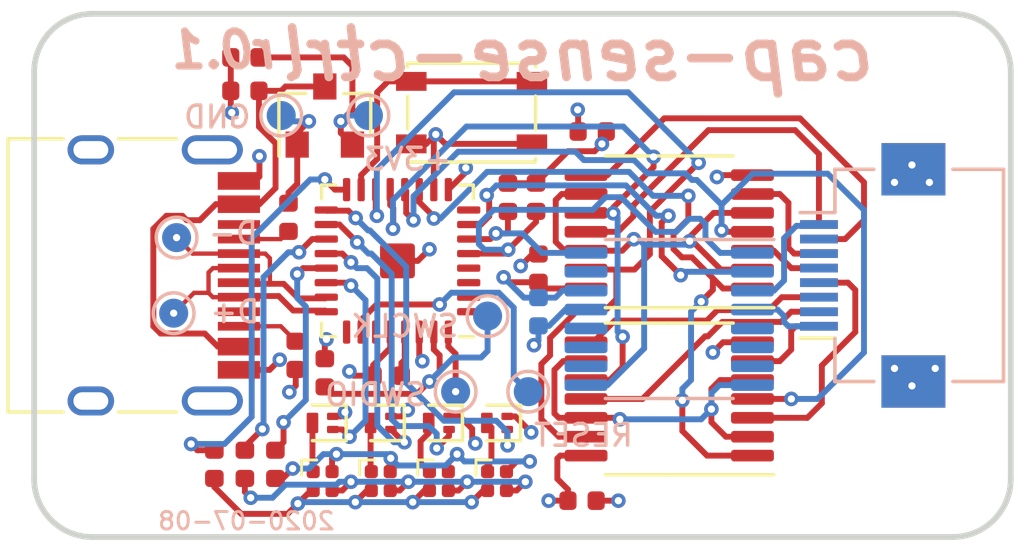
<source format=kicad_pcb>
(kicad_pcb (version 20200628) (host pcbnew "5.99.0-unknown-476558e~101~ubuntu18.04.1")
  (title_block (title "cap-sense-ctrl") (date "2020-07-09") (rev "r0.1") (company "GsD"))
  (layers (0 "F.Cu" signal) (1 "In1.Cu" signal) (2 "In2.Cu" signal) (31 "B.Cu" signal) (34 "B.Paste" user) (35 "F.Paste" user) (36 "B.SilkS" user) (37 "F.SilkS" user) (38 "B.Mask" user) (39 "F.Mask" user) (44 "Edge.Cuts" user))
  (net 0 "")
  (net 1 "VBUS")
  (net 2 "GND")
  (net 3 "+3V3")
  (net 4 "Net-(C4-Pad1)")
  (net 5 "Net-(D1-Pad4)")
  (net 6 "Net-(D1-Pad3)")
  (net 7 "Net-(D1-Pad2)")
  (net 8 "Net-(D1-Pad1)")
  (net 9 "Net-(D2-Pad1)")
  (net 10 "Net-(D3-Pad1)")
  (net 11 "Net-(D4-Pad1)")
  (net 12 "/LED_0")
  (net 13 "/LED_1")
  (net 14 "/LED_2")
  (net 15 "/LED_3")
  (net 16 "/LED_R")
  (net 17 "/LED_G")
  (net 18 "/LED_B")
  (net 19 "Net-(J1-PadA5)")
  (net 20 "Net-(J1-PadB5)")
  (net 21 "Net-(R6-Pad1)")
  (net 22 "/~RESET~")
  (net 23 "Net-(TP2-Pad1)")
  (net 24 "/USB_D-")
  (net 25 "/USB_D+")
  (net 26 "Net-(U3-Pad27)")
  (net 27 "Net-(U3-Pad25)")
  (net 28 "Net-(U3-Pad4)")
  (net 29 "Net-(U3-Pad3)")
  (net 30 "Net-(U3-Pad2)")
  (net 31 "Net-(U3-Pad1)")
  (net 32 "Net-(J1-PadB8)")
  (net 33 "Net-(J1-PadA8)")
  (net 34 "Net-(J2-Pad8)")
  (net 35 "Net-(J2-Pad7)")
  (net 36 "Net-(J2-Pad6)")
  (net 37 "Net-(J2-Pad5)")
  (net 38 "Net-(J2-Pad4)")
  (net 39 "Net-(J2-Pad3)")
  (net 40 "Net-(J2-Pad2)")
  (net 41 "Net-(J2-Pad1)")
  (net 42 "Net-(J3-Pad8)")
  (net 43 "Net-(J3-Pad7)")
  (net 44 "Net-(J3-Pad6)")
  (net 45 "Net-(J3-Pad5)")
  (net 46 "Net-(J3-Pad4)")
  (net 47 "Net-(J3-Pad3)")
  (net 48 "Net-(J3-Pad2)")
  (net 49 "Net-(J3-Pad1)")
  (net 50 "/SCL")
  (net 51 "/SDA")
  (net 52 "Net-(U1-Pad15)")
  (net 53 "Net-(U1-Pad12)")
  (net 54 "Net-(U1-Pad11)")
  (net 55 "Net-(U1-Pad10)")
  (net 56 "Net-(U1-Pad9)")
  (net 57 "Net-(U1-Pad8)")
  (net 58 "Net-(U1-Pad7)")
  (net 59 "Net-(U1-Pad6)")
  (net 60 "Net-(U1-Pad5)")
  (net 61 "/~RDY")
  (net 62 "/SEL3")
  (net 63 "/SEL2")
  (net 64 "/SEL1")
  (net 65 "/SEL0")
  (net 66 "Net-(U3-Pad8)")
  (net 67 "Net-(SW1-Pad2)")
  (module "Connector_USB:USB_C_Receptacle_HRO_TYPE-C-31-M-12" (layer "F.Cu") (at 128 94 -90)
    (fp_text reference "J1" hide)
    (fp_text value "USB_C_Receptacle_USB2.0" hide)
    (pad "B1" smd rect (at 3.25 -4.045 270) (size 0.6 1.45) (layers "F.Cu" "F.Paste" "F.Mask") (net 2 "GND"))
    (pad "A9" smd rect (at 2.45 -4.045 270) (size 0.6 1.45) (layers "F.Cu" "F.Paste" "F.Mask") (net 1 "VBUS"))
    (pad "B9" smd rect (at -2.45 -4.045 270) (size 0.6 1.45) (layers "F.Cu" "F.Paste" "F.Mask") (net 1 "VBUS"))
    (pad "B12" smd rect (at -3.25 -4.045 270) (size 0.6 1.45) (layers "F.Cu" "F.Paste" "F.Mask") (net 2 "GND"))
    (pad "A1" smd rect (at -3.25 -4.045 270) (size 0.6 1.45) (layers "F.Cu" "F.Paste" "F.Mask") (net 2 "GND"))
    (pad "A4" smd rect (at -2.45 -4.045 270) (size 0.6 1.45) (layers "F.Cu" "F.Paste" "F.Mask") (net 1 "VBUS"))
    (pad "B4" smd rect (at 2.45 -4.045 270) (size 0.6 1.45) (layers "F.Cu" "F.Paste" "F.Mask") (net 1 "VBUS"))
    (pad "A12" smd rect (at 3.25 -4.045 270) (size 0.6 1.45) (layers "F.Cu" "F.Paste" "F.Mask") (net 2 "GND"))
    (pad "B8" smd rect (at -1.75 -4.045 270) (size 0.3 1.45) (layers "F.Cu" "F.Paste" "F.Mask") (net 32 "Net-(J1-PadB8)"))
    (pad "A5" smd rect (at -1.25 -4.045 270) (size 0.3 1.45) (layers "F.Cu" "F.Paste" "F.Mask") (net 19 "Net-(J1-PadA5)"))
    (pad "B7" smd rect (at -0.75 -4.045 270) (size 0.3 1.45) (layers "F.Cu" "F.Paste" "F.Mask") (net 24 "/USB_D-"))
    (pad "A7" smd rect (at 0.25 -4.045 270) (size 0.3 1.45) (layers "F.Cu" "F.Paste" "F.Mask") (net 24 "/USB_D-"))
    (pad "B6" smd rect (at 0.75 -4.045 270) (size 0.3 1.45) (layers "F.Cu" "F.Paste" "F.Mask") (net 25 "/USB_D+"))
    (pad "A8" smd rect (at 1.25 -4.045 270) (size 0.3 1.45) (layers "F.Cu" "F.Paste" "F.Mask") (net 33 "Net-(J1-PadA8)"))
    (pad "B5" smd rect (at 1.75 -4.045 270) (size 0.3 1.45) (layers "F.Cu" "F.Paste" "F.Mask") (net 20 "Net-(J1-PadB5)"))
    (pad "A6" smd rect (at -0.25 -4.045 270) (size 0.3 1.45) (layers "F.Cu" "F.Paste" "F.Mask") (net 25 "/USB_D+"))
    (pad "S1" thru_hole oval (at 4.32 -3.13 270) (size 1 2.1) (drill oval 0.6 1.7) (layers *.Cu *.Mask) (net 2 "GND"))
    (pad "S1" thru_hole oval (at -4.32 -3.13 270) (size 1 2.1) (drill oval 0.6 1.7) (layers *.Cu *.Mask) (net 2 "GND"))
    (pad "" np_thru_hole circle (at -2.89 -2.6 270) (size 0.65 0.65) (drill 0.65) (layers *.Cu *.Mask))
    (pad "S1" thru_hole oval (at -4.32 1.05 270) (size 1 1.6) (drill oval 0.6 1.2) (layers *.Cu *.Mask) (net 2 "GND"))
    (pad "" np_thru_hole circle (at 2.89 -2.6 270) (size 0.65 0.65) (drill 0.65) (layers *.Cu *.Mask))
    (pad "S1" thru_hole oval (at 4.32 1.05 270) (size 1 1.6) (drill oval 0.6 1.2) (layers *.Cu *.Mask) (net 2 "GND"))
  )
  (module "Package_DFN_QFN:QFN-32-1EP_5x5mm_P0.5mm_EP3.6x3.6mm" (layer "F.Cu") (at 137.5 93.5 180)
    (fp_text reference "U3" hide)
    (fp_text value "ATSAMD21E18A" hide)
    (pad "10" smd roundrect (at 0 0 180) (size 1.2 1.2) (layers "F.Cu" "F.Mask") (roundrect_rratio 0.1) (net 2 "GND"))
    (pad "32" smd roundrect (at -1.75 -2.45 180) (size 0.25 0.8) (layers "F.Cu" "F.Paste" "F.Mask") (net 23 "Net-(TP2-Pad1)"))
    (pad "31" smd roundrect (at -1.25 -2.45 180) (size 0.25 0.8) (layers "F.Cu" "F.Paste" "F.Mask") (net 21 "Net-(R6-Pad1)"))
    (pad "30" smd roundrect (at -0.75 -2.45 180) (size 0.25 0.8) (layers "F.Cu" "F.Paste" "F.Mask") (net 3 "+3V3"))
    (pad "29" smd roundrect (at -0.25 -2.45 180) (size 0.25 0.8) (layers "F.Cu" "F.Paste" "F.Mask") (net 4 "Net-(C4-Pad1)"))
    (pad "28" smd roundrect (at 0.25 -2.45 180) (size 0.25 0.8) (layers "F.Cu" "F.Paste" "F.Mask") (net 2 "GND"))
    (pad "27" smd roundrect (at 0.75 -2.45 180) (size 0.25 0.8) (layers "F.Cu" "F.Paste" "F.Mask") (net 26 "Net-(U3-Pad27)"))
    (pad "26" smd roundrect (at 1.25 -2.45 180) (size 0.25 0.8) (layers "F.Cu" "F.Paste" "F.Mask") (net 22 "/~RESET~"))
    (pad "25" smd roundrect (at 1.75 -2.45 180) (size 0.25 0.8) (layers "F.Cu" "F.Paste" "F.Mask") (net 27 "Net-(U3-Pad25)"))
    (pad "24" smd roundrect (at 2.45 -1.75 180) (size 0.8 0.25) (layers "F.Cu" "F.Paste" "F.Mask") (net 25 "/USB_D+"))
    (pad "23" smd roundrect (at 2.45 -1.25 180) (size 0.8 0.25) (layers "F.Cu" "F.Paste" "F.Mask") (net 24 "/USB_D-"))
    (pad "22" smd roundrect (at 2.45 -0.75 180) (size 0.8 0.25) (layers "F.Cu" "F.Paste" "F.Mask") (net 12 "/LED_0"))
    (pad "21" smd roundrect (at 2.45 -0.25 180) (size 0.8 0.25) (layers "F.Cu" "F.Paste" "F.Mask") (net 16 "/LED_R"))
    (pad "20" smd roundrect (at 2.45 0.25 180) (size 0.8 0.25) (layers "F.Cu" "F.Paste" "F.Mask") (net 13 "/LED_1"))
    (pad "19" smd roundrect (at 2.45 0.75 180) (size 0.8 0.25) (layers "F.Cu" "F.Paste" "F.Mask") (net 17 "/LED_G"))
    (pad "18" smd roundrect (at 2.45 1.25 180) (size 0.8 0.25) (layers "F.Cu" "F.Paste" "F.Mask") (net 14 "/LED_2"))
    (pad "17" smd roundrect (at 2.45 1.75 180) (size 0.8 0.25) (layers "F.Cu" "F.Paste" "F.Mask") (net 15 "/LED_3"))
    (pad "16" smd roundrect (at 1.75 2.45 180) (size 0.25 0.8) (layers "F.Cu" "F.Paste" "F.Mask") (net 18 "/LED_B"))
    (pad "15" smd roundrect (at 1.25 2.45 180) (size 0.25 0.8) (layers "F.Cu" "F.Paste" "F.Mask") (net 67 "Net-(SW1-Pad2)"))
    (pad "14" smd roundrect (at 0.75 2.45 180) (size 0.25 0.8) (layers "F.Cu" "F.Paste" "F.Mask") (net 62 "/SEL3"))
    (pad "13" smd roundrect (at 0.25 2.45 180) (size 0.25 0.8) (layers "F.Cu" "F.Paste" "F.Mask") (net 63 "/SEL2"))
    (pad "12" smd roundrect (at -0.25 2.45 180) (size 0.25 0.8) (layers "F.Cu" "F.Paste" "F.Mask") (net 64 "/SEL1"))
    (pad "11" smd roundrect (at -0.75 2.45 180) (size 0.25 0.8) (layers "F.Cu" "F.Paste" "F.Mask") (net 65 "/SEL0"))
    (pad "10" smd roundrect (at -1.25 2.45 180) (size 0.25 0.8) (layers "F.Cu" "F.Paste" "F.Mask") (net 2 "GND"))
    (pad "9" smd roundrect (at -1.75 2.45 180) (size 0.25 0.8) (layers "F.Cu" "F.Paste" "F.Mask") (net 3 "+3V3"))
    (pad "8" smd roundrect (at -2.45 1.75 180) (size 0.8 0.25) (layers "F.Cu" "F.Paste" "F.Mask") (net 66 "Net-(U3-Pad8)"))
    (pad "7" smd roundrect (at -2.45 1.25 180) (size 0.8 0.25) (layers "F.Cu" "F.Paste" "F.Mask") (net 61 "/~RDY"))
    (pad "6" smd roundrect (at -2.45 0.75 180) (size 0.8 0.25) (layers "F.Cu" "F.Paste" "F.Mask") (net 51 "/SDA"))
    (pad "5" smd roundrect (at -2.45 0.25 180) (size 0.8 0.25) (layers "F.Cu" "F.Paste" "F.Mask") (net 50 "/SCL"))
    (pad "4" smd roundrect (at -2.45 -0.25 180) (size 0.8 0.25) (layers "F.Cu" "F.Paste" "F.Mask") (net 28 "Net-(U3-Pad4)"))
    (pad "3" smd roundrect (at -2.45 -0.75 180) (size 0.8 0.25) (layers "F.Cu" "F.Paste" "F.Mask") (net 29 "Net-(U3-Pad3)"))
    (pad "2" smd roundrect (at -2.45 -1.25 180) (size 0.8 0.25) (layers "F.Cu" "F.Paste" "F.Mask") (net 30 "Net-(U3-Pad2)"))
    (pad "1" smd roundrect (at -2.45 -1.75 180) (size 0.8 0.25) (layers "F.Cu" "F.Paste" "F.Mask") (net 31 "Net-(U3-Pad1)"))
  )
  (module "MountingHole:MountingHole_2.2mm_M2" (layer "F.Cu") (at 156.6 101)
    (fp_text reference "H4" hide)
    (fp_text value "MountingHole" hide)
    (pad "1" np_thru_hole circle (at 0 0) (size 2.2 2.2) (drill 2.2) (layers *.Cu *.Mask))
  )
  (module "MountingHole:MountingHole_2.2mm_M2" (layer "F.Cu") (at 127 87)
    (fp_text reference "H3" hide)
    (fp_text value "MountingHole" hide)
    (pad "1" np_thru_hole circle (at 0 0) (size 2.2 2.2) (drill 2.2) (layers *.Cu *.Mask))
  )
  (module "MountingHole:MountingHole_2.2mm_M2" (layer "F.Cu") (at 127 101)
    (fp_text reference "H2" hide)
    (fp_text value "MountingHole" hide)
    (pad "1" np_thru_hole circle (at 0 0) (size 2.2 2.2) (drill 2.2) (layers *.Cu *.Mask))
  )
  (module "MountingHole:MountingHole_2.2mm_M2" (layer "F.Cu") (at 156.6 87)
    (fp_text reference "H1" hide)
    (fp_text value "MountingHole" hide)
    (pad "1" np_thru_hole circle (at 0 0) (size 2.2 2.2) (drill 2.2) (layers *.Cu *.Mask))
  )
  (module "Package_SO:TSSOP-14_4.4x5mm_P0.65mm" (layer "F.Cu") (at 146.85 92.5 180)
    (fp_text reference "U5" hide)
    (fp_text value "TMUX1511" hide)
    (pad "14" smd roundrect (at 2.8625 -1.95 180) (size 1.475 0.4) (layers "F.Cu" "F.Paste" "F.Mask") (net 3 "+3V3"))
    (pad "13" smd roundrect (at 2.8625 -1.3 180) (size 1.475 0.4) (layers "F.Cu" "F.Paste" "F.Mask") (net 62 "/SEL3"))
    (pad "12" smd roundrect (at 2.8625 -0.65 180) (size 1.475 0.4) (layers "F.Cu" "F.Paste" "F.Mask") (net 56 "Net-(U1-Pad9)"))
    (pad "11" smd roundrect (at 2.8625 0 180) (size 1.475 0.4) (layers "F.Cu" "F.Paste" "F.Mask") (net 42 "Net-(J3-Pad8)"))
    (pad "10" smd roundrect (at 2.8625 0.65 180) (size 1.475 0.4) (layers "F.Cu" "F.Paste" "F.Mask") (net 63 "/SEL2"))
    (pad "9" smd roundrect (at 2.8625 1.3 180) (size 1.475 0.4) (layers "F.Cu" "F.Paste" "F.Mask") (net 56 "Net-(U1-Pad9)"))
    (pad "8" smd roundrect (at 2.8625 1.95 180) (size 1.475 0.4) (layers "F.Cu" "F.Paste" "F.Mask") (net 43 "Net-(J3-Pad7)"))
    (pad "7" smd roundrect (at -2.8625 1.95 180) (size 1.475 0.4) (layers "F.Cu" "F.Paste" "F.Mask") (net 2 "GND"))
    (pad "6" smd roundrect (at -2.8625 1.3 180) (size 1.475 0.4) (layers "F.Cu" "F.Paste" "F.Mask") (net 44 "Net-(J3-Pad6)"))
    (pad "5" smd roundrect (at -2.8625 0.65 180) (size 1.475 0.4) (layers "F.Cu" "F.Paste" "F.Mask") (net 56 "Net-(U1-Pad9)"))
    (pad "4" smd roundrect (at -2.8625 0 180) (size 1.475 0.4) (layers "F.Cu" "F.Paste" "F.Mask") (net 64 "/SEL1"))
    (pad "3" smd roundrect (at -2.8625 -0.65 180) (size 1.475 0.4) (layers "F.Cu" "F.Paste" "F.Mask") (net 45 "Net-(J3-Pad5)"))
    (pad "2" smd roundrect (at -2.8625 -1.3 180) (size 1.475 0.4) (layers "F.Cu" "F.Paste" "F.Mask") (net 56 "Net-(U1-Pad9)"))
    (pad "1" smd roundrect (at -2.8625 -1.95 180) (size 1.475 0.4) (layers "F.Cu" "F.Paste" "F.Mask") (net 65 "/SEL0"))
  )
  (module "Package_SO:TSSOP-14_4.4x5mm_P0.65mm" (layer "F.Cu") (at 146.85 98.25 180)
    (fp_text reference "U4" hide)
    (fp_text value "TMUX1511" hide)
    (pad "14" smd roundrect (at 2.8625 -1.95 180) (size 1.475 0.4) (layers "F.Cu" "F.Paste" "F.Mask") (net 3 "+3V3"))
    (pad "13" smd roundrect (at 2.8625 -1.3 180) (size 1.475 0.4) (layers "F.Cu" "F.Paste" "F.Mask") (net 62 "/SEL3"))
    (pad "12" smd roundrect (at 2.8625 -0.65 180) (size 1.475 0.4) (layers "F.Cu" "F.Paste" "F.Mask") (net 57 "Net-(U1-Pad8)"))
    (pad "11" smd roundrect (at 2.8625 0 180) (size 1.475 0.4) (layers "F.Cu" "F.Paste" "F.Mask") (net 48 "Net-(J3-Pad2)"))
    (pad "10" smd roundrect (at 2.8625 0.65 180) (size 1.475 0.4) (layers "F.Cu" "F.Paste" "F.Mask") (net 63 "/SEL2"))
    (pad "9" smd roundrect (at 2.8625 1.3 180) (size 1.475 0.4) (layers "F.Cu" "F.Paste" "F.Mask") (net 57 "Net-(U1-Pad8)"))
    (pad "8" smd roundrect (at 2.8625 1.95 180) (size 1.475 0.4) (layers "F.Cu" "F.Paste" "F.Mask") (net 47 "Net-(J3-Pad3)"))
    (pad "7" smd roundrect (at -2.8625 1.95 180) (size 1.475 0.4) (layers "F.Cu" "F.Paste" "F.Mask") (net 2 "GND"))
    (pad "6" smd roundrect (at -2.8625 1.3 180) (size 1.475 0.4) (layers "F.Cu" "F.Paste" "F.Mask") (net 49 "Net-(J3-Pad1)"))
    (pad "5" smd roundrect (at -2.8625 0.65 180) (size 1.475 0.4) (layers "F.Cu" "F.Paste" "F.Mask") (net 57 "Net-(U1-Pad8)"))
    (pad "4" smd roundrect (at -2.8625 0 180) (size 1.475 0.4) (layers "F.Cu" "F.Paste" "F.Mask") (net 64 "/SEL1"))
    (pad "3" smd roundrect (at -2.8625 -0.65 180) (size 1.475 0.4) (layers "F.Cu" "F.Paste" "F.Mask") (net 46 "Net-(J3-Pad4)"))
    (pad "2" smd roundrect (at -2.8625 -1.3 180) (size 1.475 0.4) (layers "F.Cu" "F.Paste" "F.Mask") (net 57 "Net-(U1-Pad8)"))
    (pad "1" smd roundrect (at -2.8625 -1.95 180) (size 1.475 0.4) (layers "F.Cu" "F.Paste" "F.Mask") (net 65 "/SEL0"))
  )
  (module "Package_SO:TSSOP-16_4.4x5mm_P0.65mm" (layer "B.Cu") (at 146.85 95.5 180)
    (fp_text reference "U1" hide)
    (fp_text value "AD7746" hide)
    (pad "16" smd roundrect (at 2.8625 2.275 180) (size 1.475 0.4) (layers "B.Cu" "B.Paste" "B.Mask") (net 51 "/SDA"))
    (pad "15" smd roundrect (at 2.8625 1.625 180) (size 1.475 0.4) (layers "B.Cu" "B.Paste" "B.Mask") (net 52 "Net-(U1-Pad15)"))
    (pad "14" smd roundrect (at 2.8625 0.975 180) (size 1.475 0.4) (layers "B.Cu" "B.Paste" "B.Mask") (net 3 "+3V3"))
    (pad "13" smd roundrect (at 2.8625 0.325 180) (size 1.475 0.4) (layers "B.Cu" "B.Paste" "B.Mask") (net 2 "GND"))
    (pad "12" smd roundrect (at 2.8625 -0.325 180) (size 1.475 0.4) (layers "B.Cu" "B.Paste" "B.Mask") (net 53 "Net-(U1-Pad12)"))
    (pad "11" smd roundrect (at 2.8625 -0.975 180) (size 1.475 0.4) (layers "B.Cu" "B.Paste" "B.Mask") (net 54 "Net-(U1-Pad11)"))
    (pad "10" smd roundrect (at 2.8625 -1.625 180) (size 1.475 0.4) (layers "B.Cu" "B.Paste" "B.Mask") (net 55 "Net-(U1-Pad10)"))
    (pad "9" smd roundrect (at 2.8625 -2.275 180) (size 1.475 0.4) (layers "B.Cu" "B.Paste" "B.Mask") (net 56 "Net-(U1-Pad9)"))
    (pad "8" smd roundrect (at -2.8625 -2.275 180) (size 1.475 0.4) (layers "B.Cu" "B.Paste" "B.Mask") (net 57 "Net-(U1-Pad8)"))
    (pad "7" smd roundrect (at -2.8625 -1.625 180) (size 1.475 0.4) (layers "B.Cu" "B.Paste" "B.Mask") (net 58 "Net-(U1-Pad7)"))
    (pad "6" smd roundrect (at -2.8625 -0.975 180) (size 1.475 0.4) (layers "B.Cu" "B.Paste" "B.Mask") (net 59 "Net-(U1-Pad6)"))
    (pad "5" smd roundrect (at -2.8625 -0.325 180) (size 1.475 0.4) (layers "B.Cu" "B.Paste" "B.Mask") (net 60 "Net-(U1-Pad5)"))
    (pad "4" smd roundrect (at -2.8625 0.325 180) (size 1.475 0.4) (layers "B.Cu" "B.Paste" "B.Mask") (net 34 "Net-(J2-Pad8)"))
    (pad "3" smd roundrect (at -2.8625 0.975 180) (size 1.475 0.4) (layers "B.Cu" "B.Paste" "B.Mask") (net 41 "Net-(J2-Pad1)"))
    (pad "2" smd roundrect (at -2.8625 1.625 180) (size 1.475 0.4) (layers "B.Cu" "B.Paste" "B.Mask") (net 61 "/~RDY"))
    (pad "1" smd roundrect (at -2.8625 2.275 180) (size 1.475 0.4) (layers "B.Cu" "B.Paste" "B.Mask") (net 50 "/SCL"))
  )
  (module "Resistor_SMD:R_0402_1005Metric" (layer "F.Cu") (at 141.3 91.315 90)
    (fp_text reference "R8" hide)
    (fp_text value "1K" hide)
    (pad "2" smd roundrect (at 0.485 0 90) (size 0.59 0.64) (layers "F.Cu" "F.Paste" "F.Mask") (net 3 "+3V3"))
    (pad "1" smd roundrect (at -0.485 0 90) (size 0.59 0.64) (layers "F.Cu" "F.Paste" "F.Mask") (net 51 "/SDA"))
  )
  (module "Resistor_SMD:R_0402_1005Metric" (layer "F.Cu") (at 142.267305 91.312357 90)
    (fp_text reference "R7" hide)
    (fp_text value "1K" hide)
    (pad "1" smd roundrect (at -0.485 0 90) (size 0.59 0.64) (layers "F.Cu" "F.Paste" "F.Mask") (net 50 "/SCL"))
    (pad "2" smd roundrect (at 0.485 0 90) (size 0.59 0.64) (layers "F.Cu" "F.Paste" "F.Mask") (net 3 "+3V3"))
  )
  (module "Connector_FFC-FPC:Hirose_FH12-8S-0.5SH_1x08-1MP_P0.50mm_Horizontal" (layer "F.Cu") (at 153.85 94 90)
    (fp_text reference "J3" hide)
    (fp_text value "Conn_01x08_MountingPin" hide)
    (pad "8" smd rect (at 1.75 -1.85 90) (size 0.3 1.3) (layers "F.Cu" "F.Paste" "F.Mask") (net 42 "Net-(J3-Pad8)"))
    (pad "7" smd rect (at 1.25 -1.85 90) (size 0.3 1.3) (layers "F.Cu" "F.Paste" "F.Mask") (net 43 "Net-(J3-Pad7)"))
    (pad "6" smd rect (at 0.75 -1.85 90) (size 0.3 1.3) (layers "F.Cu" "F.Paste" "F.Mask") (net 44 "Net-(J3-Pad6)"))
    (pad "5" smd rect (at 0.25 -1.85 90) (size 0.3 1.3) (layers "F.Cu" "F.Paste" "F.Mask") (net 45 "Net-(J3-Pad5)"))
    (pad "4" smd rect (at -0.25 -1.85 90) (size 0.3 1.3) (layers "F.Cu" "F.Paste" "F.Mask") (net 46 "Net-(J3-Pad4)"))
    (pad "3" smd rect (at -0.75 -1.85 90) (size 0.3 1.3) (layers "F.Cu" "F.Paste" "F.Mask") (net 47 "Net-(J3-Pad3)"))
    (pad "2" smd rect (at -1.25 -1.85 90) (size 0.3 1.3) (layers "F.Cu" "F.Paste" "F.Mask") (net 48 "Net-(J3-Pad2)"))
    (pad "1" smd rect (at -1.75 -1.85 90) (size 0.3 1.3) (layers "F.Cu" "F.Paste" "F.Mask") (net 49 "Net-(J3-Pad1)"))
    (pad "MP" smd rect (at -3.65 1.4 90) (size 1.8 2.2) (layers "F.Cu" "F.Paste" "F.Mask") (net 2 "GND"))
    (pad "MP" smd rect (at 3.65 1.4 90) (size 1.8 2.2) (layers "F.Cu" "F.Paste" "F.Mask") (net 2 "GND"))
  )
  (module "Connector_FFC-FPC:Hirose_FH12-8S-0.5SH_1x08-1MP_P0.50mm_Horizontal" (layer "B.Cu") (at 153.85 94 -90)
    (fp_text reference "J2" hide)
    (fp_text value "Conn_01x08_MountingPin" hide)
    (pad "8" smd rect (at 1.75 1.85 270) (size 0.3 1.3) (layers "B.Cu" "B.Paste" "B.Mask") (net 34 "Net-(J2-Pad8)"))
    (pad "7" smd rect (at 1.25 1.85 270) (size 0.3 1.3) (layers "B.Cu" "B.Paste" "B.Mask") (net 35 "Net-(J2-Pad7)"))
    (pad "6" smd rect (at 0.75 1.85 270) (size 0.3 1.3) (layers "B.Cu" "B.Paste" "B.Mask") (net 36 "Net-(J2-Pad6)"))
    (pad "5" smd rect (at 0.25 1.85 270) (size 0.3 1.3) (layers "B.Cu" "B.Paste" "B.Mask") (net 37 "Net-(J2-Pad5)"))
    (pad "4" smd rect (at -0.25 1.85 270) (size 0.3 1.3) (layers "B.Cu" "B.Paste" "B.Mask") (net 38 "Net-(J2-Pad4)"))
    (pad "3" smd rect (at -0.75 1.85 270) (size 0.3 1.3) (layers "B.Cu" "B.Paste" "B.Mask") (net 39 "Net-(J2-Pad3)"))
    (pad "2" smd rect (at -1.25 1.85 270) (size 0.3 1.3) (layers "B.Cu" "B.Paste" "B.Mask") (net 40 "Net-(J2-Pad2)"))
    (pad "1" smd rect (at -1.75 1.85 270) (size 0.3 1.3) (layers "B.Cu" "B.Paste" "B.Mask") (net 41 "Net-(J2-Pad1)"))
    (pad "MP" smd rect (at -3.65 -1.4 270) (size 1.8 2.2) (layers "B.Cu" "B.Paste" "B.Mask") (net 2 "GND"))
    (pad "MP" smd rect (at 3.65 -1.4 270) (size 1.8 2.2) (layers "B.Cu" "B.Paste" "B.Mask") (net 2 "GND"))
  )
  (module "Capacitor_SMD:C_0402_1005Metric" (layer "F.Cu") (at 143.85 101.75)
    (fp_text reference "C7" hide)
    (fp_text value "0.1uF" hide)
    (pad "2" smd roundrect (at 0.485 0) (size 0.59 0.64) (layers "F.Cu" "F.Paste" "F.Mask") (net 2 "GND"))
    (pad "1" smd roundrect (at -0.485 0) (size 0.59 0.64) (layers "F.Cu" "F.Paste" "F.Mask") (net 3 "+3V3"))
  )
  (module "Capacitor_SMD:C_0402_1005Metric" (layer "F.Cu") (at 142.35 93.75 90)
    (fp_text reference "C6" hide)
    (fp_text value "0.1uF" hide)
    (pad "2" smd roundrect (at 0.485 0 90) (size 0.59 0.64) (layers "F.Cu" "F.Paste" "F.Mask") (net 2 "GND"))
    (pad "1" smd roundrect (at -0.485 0 90) (size 0.59 0.64) (layers "F.Cu" "F.Paste" "F.Mask") (net 3 "+3V3"))
  )
  (module "Capacitor_SMD:C_0402_1005Metric" (layer "B.Cu") (at 142.35 95.25 -90)
    (fp_text reference "C5" hide)
    (fp_text value "0.1uF" hide)
    (pad "2" smd roundrect (at 0.485 0 270) (size 0.59 0.64) (layers "B.Cu" "B.Paste" "B.Mask") (net 2 "GND"))
    (pad "1" smd roundrect (at -0.485 0 270) (size 0.59 0.64) (layers "B.Cu" "B.Paste" "B.Mask") (net 3 "+3V3"))
  )
  (module "Package_TO_SOT_SMD:SOT-23" (layer "F.Cu") (at 135 88.5 90)
    (fp_text reference "U2" hide)
    (fp_text value "MCP1700-3302E_SOT23" hide)
    (pad "3" smd rect (at 1 0 90) (size 0.9 0.8) (layers "F.Cu" "F.Paste" "F.Mask") (net 1 "VBUS"))
    (pad "2" smd rect (at -1 0.95 90) (size 0.9 0.8) (layers "F.Cu" "F.Paste" "F.Mask") (net 3 "+3V3"))
    (pad "1" smd rect (at -1 -0.95 90) (size 0.9 0.8) (layers "F.Cu" "F.Paste" "F.Mask") (net 2 "GND"))
  )
  (module "TestPoint:TestPoint_Pad_D1.0mm" (layer "B.Cu") (at 142 98 180)
    (fp_text reference "TP7" hide)
    (fp_text value "TP_RESET" hide)
    (pad "1" smd circle (at 0 0 180) (size 1 1) (layers "B.Cu" "B.Mask") (net 22 "/~RESET~"))
  )
  (module "TestPoint:TestPoint_Pad_D1.0mm" (layer "B.Cu") (at 129.8 95.3)
    (fp_text reference "TP6" hide)
    (fp_text value "TP_USB_D+" hide)
    (pad "1" smd circle (at 0 0) (size 1 1) (layers "B.Cu" "B.Mask") (net 25 "/USB_D+"))
  )
  (module "TestPoint:TestPoint_Pad_D1.0mm" (layer "B.Cu") (at 129.9 92.7)
    (fp_text reference "TP5" hide)
    (fp_text value "TP_USB_D-" hide)
    (pad "1" smd circle (at 0 0) (size 1 1) (layers "B.Cu" "B.Mask") (net 24 "/USB_D-"))
  )
  (module "TestPoint:TestPoint_Pad_D1.0mm" (layer "B.Cu") (at 133.5 88.5 180)
    (fp_text reference "TP4" hide)
    (fp_text value "TP_GND" hide)
    (pad "1" smd circle (at 0 0 180) (size 1 1) (layers "B.Cu" "B.Mask") (net 2 "GND"))
  )
  (module "TestPoint:TestPoint_Pad_D1.0mm" (layer "B.Cu") (at 136.5 88.5)
    (fp_text reference "TP3" hide)
    (fp_text value "TP_VDD" hide)
    (pad "1" smd circle (at 0 0) (size 1 1) (layers "B.Cu" "B.Mask") (net 3 "+3V3"))
  )
  (module "TestPoint:TestPoint_Pad_D1.0mm" (layer "B.Cu") (at 139.5 98)
    (fp_text reference "TP2" hide)
    (fp_text value "TP_SWDIO" hide)
    (pad "1" smd circle (at 0 0) (size 1 1) (layers "B.Cu" "B.Mask") (net 23 "Net-(TP2-Pad1)"))
  )
  (module "TestPoint:TestPoint_Pad_D1.0mm" (layer "B.Cu") (at 140.6 95.4)
    (fp_text reference "TP1" hide)
    (fp_text value "TP_SWCLK" hide)
    (pad "1" smd circle (at 0 0) (size 1 1) (layers "B.Cu" "B.Mask") (net 21 "Net-(R6-Pad1)"))
  )
  (module "Button_Switch_SMD:SW_SPST_PTS810" (layer "F.Cu") (at 140.05 88.4 180)
    (fp_text reference "SW1" hide)
    (fp_text value "SW_RESET" hide)
    (pad "2" smd rect (at 2.075 1.075 180) (size 1.05 0.65) (layers "F.Cu" "F.Paste" "F.Mask") (net 67 "Net-(SW1-Pad2)"))
    (pad "2" smd rect (at -2.075 1.075 180) (size 1.05 0.65) (layers "F.Cu" "F.Paste" "F.Mask") (net 67 "Net-(SW1-Pad2)"))
    (pad "1" smd rect (at 2.075 -1.075 180) (size 1.05 0.65) (layers "F.Cu" "F.Paste" "F.Mask") (net 2 "GND"))
    (pad "1" smd rect (at -2.075 -1.075 180) (size 1.05 0.65) (layers "F.Cu" "F.Paste" "F.Mask") (net 2 "GND"))
  )
  (module "Resistor_SMD:R_0402_1005Metric" (layer "F.Cu") (at 135 97.35 90)
    (fp_text reference "R6" hide)
    (fp_text value "1K" hide)
    (pad "2" smd roundrect (at 0.485 0 90) (size 0.59 0.64) (layers "F.Cu" "F.Paste" "F.Mask") (net 3 "+3V3"))
    (pad "1" smd roundrect (at -0.485 0 90) (size 0.59 0.64) (layers "F.Cu" "F.Paste" "F.Mask") (net 21 "Net-(R6-Pad1)"))
  )
  (module "Resistor_SMD:R_0402_1005Metric" (layer "F.Cu") (at 134 96.75 90)
    (fp_text reference "R5" hide)
    (fp_text value "5.1K" hide)
    (pad "2" smd roundrect (at 0.485 0 90) (size 0.59 0.64) (layers "F.Cu" "F.Paste" "F.Mask") (net 20 "Net-(J1-PadB5)"))
    (pad "1" smd roundrect (at -0.485 0 90) (size 0.59 0.64) (layers "F.Cu" "F.Paste" "F.Mask") (net 2 "GND"))
  )
  (module "Resistor_SMD:R_0402_1005Metric" (layer "F.Cu") (at 133.75 92 -90)
    (fp_text reference "R4" hide)
    (fp_text value "5.1K" hide)
    (pad "2" smd roundrect (at 0.485 0 270) (size 0.59 0.64) (layers "F.Cu" "F.Paste" "F.Mask") (net 19 "Net-(J1-PadA5)"))
    (pad "1" smd roundrect (at -0.485 0 270) (size 0.59 0.64) (layers "F.Cu" "F.Paste" "F.Mask") (net 2 "GND"))
  )
  (module "Resistor_SMD:R_0402_1005Metric" (layer "F.Cu") (at 131.2 100.5 90)
    (fp_text reference "R3" hide)
    (fp_text value "150R" hide)
    (pad "2" smd roundrect (at 0.485 0 90) (size 0.59 0.64) (layers "F.Cu" "F.Paste" "F.Mask") (net 18 "/LED_B"))
    (pad "1" smd roundrect (at -0.485 0 90) (size 0.59 0.64) (layers "F.Cu" "F.Paste" "F.Mask") (net 5 "Net-(D1-Pad4)"))
  )
  (module "Resistor_SMD:R_0402_1005Metric" (layer "F.Cu") (at 132.25 100.5 90)
    (fp_text reference "R2" hide)
    (fp_text value "150R" hide)
    (pad "2" smd roundrect (at 0.485 0 90) (size 0.59 0.64) (layers "F.Cu" "F.Paste" "F.Mask") (net 17 "/LED_G"))
    (pad "1" smd roundrect (at -0.485 0 90) (size 0.59 0.64) (layers "F.Cu" "F.Paste" "F.Mask") (net 6 "Net-(D1-Pad3)"))
  )
  (module "Resistor_SMD:R_0402_1005Metric" (layer "F.Cu") (at 133.3 100.5 90)
    (fp_text reference "R1" hide)
    (fp_text value "360R" hide)
    (pad "2" smd roundrect (at 0.485 0 90) (size 0.59 0.64) (layers "F.Cu" "F.Paste" "F.Mask") (net 16 "/LED_R"))
    (pad "1" smd roundrect (at -0.485 0 90) (size 0.59 0.64) (layers "F.Cu" "F.Paste" "F.Mask") (net 7 "Net-(D1-Pad2)"))
  )
  (module "Package_TO_SOT_SMD:SOT-883" (layer "F.Cu") (at 140.925 99.075 180)
    (fp_text reference "Q4" hide)
    (fp_text value "Q_PMOS_GSD" hide)
    (pad "3" smd roundrect (at 0.35 0 180) (size 0.4 0.7) (layers "F.Cu" "F.Paste" "F.Mask") (roundrect_rratio 0.125) (net 11 "Net-(D4-Pad1)"))
    (pad "2" smd roundrect (at -0.35 0.225 180) (size 0.4 0.25) (layers "F.Cu" "F.Paste" "F.Mask") (roundrect_rratio 0.2) (net 3 "+3V3"))
    (pad "1" smd roundrect (at -0.35 -0.225 180) (size 0.4 0.25) (layers "F.Cu" "F.Paste" "F.Mask") (roundrect_rratio 0.2) (net 15 "/LED_3"))
  )
  (module "Package_TO_SOT_SMD:SOT-883" (layer "F.Cu") (at 138.925 99.075 180)
    (fp_text reference "Q3" hide)
    (fp_text value "Q_PMOS_GSD" hide)
    (pad "3" smd roundrect (at 0.35 0 180) (size 0.4 0.7) (layers "F.Cu" "F.Paste" "F.Mask") (roundrect_rratio 0.125) (net 10 "Net-(D3-Pad1)"))
    (pad "2" smd roundrect (at -0.35 0.225 180) (size 0.4 0.25) (layers "F.Cu" "F.Paste" "F.Mask") (roundrect_rratio 0.2) (net 3 "+3V3"))
    (pad "1" smd roundrect (at -0.35 -0.225 180) (size 0.4 0.25) (layers "F.Cu" "F.Paste" "F.Mask") (roundrect_rratio 0.2) (net 14 "/LED_2"))
  )
  (module "Package_TO_SOT_SMD:SOT-883" (layer "F.Cu") (at 136.925 99.075 180)
    (fp_text reference "Q2" hide)
    (fp_text value "Q_PMOS_GSD" hide)
    (pad "3" smd roundrect (at 0.35 0 180) (size 0.4 0.7) (layers "F.Cu" "F.Paste" "F.Mask") (roundrect_rratio 0.125) (net 9 "Net-(D2-Pad1)"))
    (pad "2" smd roundrect (at -0.35 0.225 180) (size 0.4 0.25) (layers "F.Cu" "F.Paste" "F.Mask") (roundrect_rratio 0.2) (net 3 "+3V3"))
    (pad "1" smd roundrect (at -0.35 -0.225 180) (size 0.4 0.25) (layers "F.Cu" "F.Paste" "F.Mask") (roundrect_rratio 0.2) (net 13 "/LED_1"))
  )
  (module "Package_TO_SOT_SMD:SOT-883" (layer "F.Cu") (at 134.925 99.075 180)
    (fp_text reference "Q1" hide)
    (fp_text value "Q_PMOS_GSD" hide)
    (pad "3" smd roundrect (at 0.35 0 180) (size 0.4 0.7) (layers "F.Cu" "F.Paste" "F.Mask") (roundrect_rratio 0.125) (net 8 "Net-(D1-Pad1)"))
    (pad "2" smd roundrect (at -0.35 0.225 180) (size 0.4 0.25) (layers "F.Cu" "F.Paste" "F.Mask") (roundrect_rratio 0.2) (net 3 "+3V3"))
    (pad "1" smd roundrect (at -0.35 -0.225 180) (size 0.4 0.25) (layers "F.Cu" "F.Paste" "F.Mask") (roundrect_rratio 0.2) (net 12 "/LED_0"))
  )
  (module "LED_SMD:LED_Lumex_SML-LX0303SIUPGUSB" (layer "F.Cu") (at 140.925 101.075)
    (fp_text reference "D4" hide)
    (fp_text value "LED_ARGB" hide)
    (pad "4" smd roundrect (at -0.325 0.325) (size 0.45 0.45) (layers "F.Cu" "F.Paste" "F.Mask") (net 5 "Net-(D1-Pad4)"))
    (pad "3" smd roundrect (at 0.325 0.325) (size 0.45 0.45) (layers "F.Cu" "F.Paste" "F.Mask") (net 6 "Net-(D1-Pad3)"))
    (pad "2" smd roundrect (at 0.325 -0.325) (size 0.45 0.45) (layers "F.Cu" "F.Paste" "F.Mask") (net 7 "Net-(D1-Pad2)"))
    (pad "1" smd roundrect (at -0.325 -0.325) (size 0.45 0.45) (layers "F.Cu" "F.Paste" "F.Mask") (net 11 "Net-(D4-Pad1)"))
  )
  (module "LED_SMD:LED_Lumex_SML-LX0303SIUPGUSB" (layer "F.Cu") (at 138.925 101.075)
    (fp_text reference "D3" hide)
    (fp_text value "LED_ARGB" hide)
    (pad "4" smd roundrect (at -0.325 0.325) (size 0.45 0.45) (layers "F.Cu" "F.Paste" "F.Mask") (net 5 "Net-(D1-Pad4)"))
    (pad "3" smd roundrect (at 0.325 0.325) (size 0.45 0.45) (layers "F.Cu" "F.Paste" "F.Mask") (net 6 "Net-(D1-Pad3)"))
    (pad "2" smd roundrect (at 0.325 -0.325) (size 0.45 0.45) (layers "F.Cu" "F.Paste" "F.Mask") (net 7 "Net-(D1-Pad2)"))
    (pad "1" smd roundrect (at -0.325 -0.325) (size 0.45 0.45) (layers "F.Cu" "F.Paste" "F.Mask") (net 10 "Net-(D3-Pad1)"))
  )
  (module "LED_SMD:LED_Lumex_SML-LX0303SIUPGUSB" (layer "F.Cu") (at 136.925 101.075)
    (fp_text reference "D2" hide)
    (fp_text value "LED_ARGB" hide)
    (pad "4" smd roundrect (at -0.325 0.325) (size 0.45 0.45) (layers "F.Cu" "F.Paste" "F.Mask") (net 5 "Net-(D1-Pad4)"))
    (pad "3" smd roundrect (at 0.325 0.325) (size 0.45 0.45) (layers "F.Cu" "F.Paste" "F.Mask") (net 6 "Net-(D1-Pad3)"))
    (pad "2" smd roundrect (at 0.325 -0.325) (size 0.45 0.45) (layers "F.Cu" "F.Paste" "F.Mask") (net 7 "Net-(D1-Pad2)"))
    (pad "1" smd roundrect (at -0.325 -0.325) (size 0.45 0.45) (layers "F.Cu" "F.Paste" "F.Mask") (net 9 "Net-(D2-Pad1)"))
  )
  (module "LED_SMD:LED_Lumex_SML-LX0303SIUPGUSB" (layer "F.Cu") (at 134.925 101.075)
    (fp_text reference "D1" hide)
    (fp_text value "LED_ARGB" hide)
    (pad "4" smd roundrect (at -0.325 0.325) (size 0.45 0.45) (layers "F.Cu" "F.Paste" "F.Mask") (net 5 "Net-(D1-Pad4)"))
    (pad "3" smd roundrect (at 0.325 0.325) (size 0.45 0.45) (layers "F.Cu" "F.Paste" "F.Mask") (net 6 "Net-(D1-Pad3)"))
    (pad "2" smd roundrect (at 0.325 -0.325) (size 0.45 0.45) (layers "F.Cu" "F.Paste" "F.Mask") (net 7 "Net-(D1-Pad2)"))
    (pad "1" smd roundrect (at -0.325 -0.325) (size 0.45 0.45) (layers "F.Cu" "F.Paste" "F.Mask") (net 8 "Net-(D1-Pad1)"))
  )
  (module "Capacitor_SMD:C_0402_1005Metric" (layer "F.Cu") (at 137.15 97.45 180)
    (fp_text reference "C4" hide)
    (fp_text value "1uF" hide)
    (pad "2" smd roundrect (at 0.485 0 180) (size 0.59 0.64) (layers "F.Cu" "F.Paste" "F.Mask") (net 2 "GND"))
    (pad "1" smd roundrect (at -0.485 0 180) (size 0.59 0.64) (layers "F.Cu" "F.Paste" "F.Mask") (net 4 "Net-(C4-Pad1)"))
  )
  (module "Capacitor_SMD:C_0402_1005Metric" (layer "F.Cu") (at 144.2 89.05 180)
    (fp_text reference "C3" hide)
    (fp_text value "10uF" hide)
    (pad "2" smd roundrect (at 0.485 0 180) (size 0.59 0.64) (layers "F.Cu" "F.Paste" "F.Mask") (net 2 "GND"))
    (pad "1" smd roundrect (at -0.485 0 180) (size 0.59 0.64) (layers "F.Cu" "F.Paste" "F.Mask") (net 3 "+3V3"))
  )
  (module "Capacitor_SMD:C_0402_1005Metric" (layer "F.Cu") (at 132.25 86.5 180)
    (fp_text reference "C2" hide)
    (fp_text value "0.1uF" hide)
    (pad "2" smd roundrect (at 0.485 0 180) (size 0.59 0.64) (layers "F.Cu" "F.Paste" "F.Mask") (net 2 "GND"))
    (pad "1" smd roundrect (at -0.485 0 180) (size 0.59 0.64) (layers "F.Cu" "F.Paste" "F.Mask") (net 3 "+3V3"))
  )
  (module "Capacitor_SMD:C_0402_1005Metric" (layer "F.Cu") (at 132.25 87.65)
    (fp_text reference "C1" hide)
    (fp_text value "1uF" hide)
    (pad "2" smd roundrect (at 0.485 0) (size 0.59 0.64) (layers "F.Cu" "F.Paste" "F.Mask") (net 1 "VBUS"))
    (pad "1" smd roundrect (at -0.485 0) (size 0.59 0.64) (layers "F.Cu" "F.Paste" "F.Mask") (net 2 "GND"))
  )
  (gr_text "r0.1" (at 131.55 86.25) (layer "B.SilkS") (effects (font (size 1.2 1.2) (thickness 0.25) italic) (justify mirror)))
  (gr_text "cap-sense-ctrl" (at 143.75 86.4) (layer "B.SilkS") (effects (font (size 1.7 1.7) (thickness 0.3) italic) (justify mirror)))
  (gr_text "D+" (at 131.9 95.25) (layer "B.SilkS") (effects (font (size 0.75 0.75) (thickness 0.12)) (justify mirror)))
  (gr_text "D-" (at 131.85 92.55) (layer "B.SilkS") (effects (font (size 0.75 0.75) (thickness 0.12)) (justify mirror)))
  (gr_text "GND" (at 131.3 88.55) (layer "B.SilkS") (effects (font (size 0.75 0.75) (thickness 0.12)) (justify mirror)))
  (gr_text "+3V3" (at 137.85 90) (layer "B.SilkS") (effects (font (size 0.75 0.75) (thickness 0.12)) (justify mirror)))
  (gr_text "RESET" (at 143.9 99.5) (layer "B.SilkS") (effects (font (size 0.75 0.75) (thickness 0.12)) (justify mirror)))
  (gr_text "SWCLK" (at 137.75 95.75) (layer "B.SilkS") (effects (font (size 0.75 0.75) (thickness 0.12)) (justify mirror)))
  (gr_text "SWDIO" (at 136.75 98.1) (layer "B.SilkS") (effects (font (size 0.75 0.75) (thickness 0.12)) (justify mirror)))
  (gr_text "2020-07-08" (at 132.3 102.45) (layer "B.SilkS") (effects (font (size 0.6 0.6) (thickness 0.1)) (justify mirror)))
  (gr_arc (start 127 101) (end 127 103) (angle 90) (layer "Edge.Cuts") (width 0.2))
  (gr_arc (start 156.6 101) (end 158.6 101) (angle 90) (layer "Edge.Cuts") (width 0.2))
  (gr_arc (start 156.6 87) (end 156.6 85) (angle 90) (layer "Edge.Cuts") (width 0.2))
  (gr_arc (start 127 87) (end 125 87) (angle 90) (layer "Edge.Cuts") (width 0.2))
  (gr_line (start 156.6 85) (end 127 85) (layer "Edge.Cuts") (width 0.2))
  (gr_line (start 158.6 101) (end 158.6 87) (layer "Edge.Cuts") (width 0.2))
  (gr_line (start 127 103) (end 156.6 103) (layer "Edge.Cuts") (width 0.2))
  (gr_line (start 125 87) (end 125 101) (layer "Edge.Cuts") (width 0.2))
  (segment (start 149.7125 97.775) (end 148.575 97.775) (width 0.2032) (layer "B.Cu") (net 57))
  (segment (start 148.575 97.775) (end 148.3 98.05) (width 0.2032) (layer "B.Cu") (net 57))
  (segment (start 148.3 98.05) (end 148.3 98.6) (width 0.2032) (layer "B.Cu") (net 57))
  (segment (start 151.045199 96.554801) (end 151.045199 95.904801) (width 0.2032) (layer "F.Cu") (net 49))
  (segment (start 151.045199 95.904801) (end 151.2 95.75) (width 0.2032) (layer "F.Cu") (net 49))
  (segment (start 151.2 95.75) (end 152 95.75) (width 0.2032) (layer "F.Cu") (net 49))
  (segment (start 151.045199 95.25) (end 152 95.25) (width 0.2032) (layer "F.Cu") (net 48))
  (segment (start 153 94.25) (end 152 94.25) (width 0.2032) (layer "F.Cu") (net 46))
  (segment (start 144.234204 96.3) (end 143.9875 96.3) (width 0.2032) (layer "F.Cu") (net 47))
  (segment (start 148.506909 95.193589) (end 148.145595 95.554903) (width 0.2032) (layer "F.Cu") (net 47))
  (segment (start 148.145595 95.554903) (end 144.979301 95.554903) (width 0.2032) (layer "F.Cu") (net 47))
  (segment (start 152 94.75) (end 150.724166 94.75) (width 0.2032) (layer "F.Cu") (net 47))
  (via (at 148.35 96.65) (size 0.5) (drill 0.25) (layers "F.Cu" "B.Cu") (net 2))
  (segment (start 148.7 96.3) (end 148.35 96.65) (width 0.2032) (layer "F.Cu") (net 2))
  (segment (start 144.979301 95.554903) (end 144.234204 96.3) (width 0.2032) (layer "F.Cu") (net 47))
  (segment (start 149.7125 96.3) (end 148.7 96.3) (width 0.2032) (layer "F.Cu") (net 2))
  (segment (start 148.675249 95.6) (end 150.695199 95.6) (width 0.2032) (layer "F.Cu") (net 48))
  (segment (start 150.695199 95.6) (end 151.045199 95.25) (width 0.2032) (layer "F.Cu") (net 48))
  (segment (start 143.9875 98.25) (end 145.928892 98.25) (width 0.2032) (layer "F.Cu") (net 48))
  (segment (start 148.180051 96.095198) (end 148.675249 95.6) (width 0.2032) (layer "F.Cu") (net 48))
  (segment (start 148.083694 96.095198) (end 148.180051 96.095198) (width 0.2032) (layer "F.Cu") (net 48))
  (segment (start 150.280577 95.193589) (end 148.506909 95.193589) (width 0.2032) (layer "F.Cu") (net 47))
  (segment (start 145.928892 98.25) (end 148.083694 96.095198) (width 0.2032) (layer "F.Cu") (net 48))
  (segment (start 150.724166 94.75) (end 150.280577 95.193589) (width 0.2032) (layer "F.Cu") (net 47))
  (segment (start 151.05 98.25) (end 151.95 98.25) (width 0.2032) (layer "B.Cu") (net 64))
  (segment (start 152.3 90.5) (end 149.721106 90.5) (width 0.2032) (layer "B.Cu") (net 64))
  (segment (start 149.721106 90.5) (end 148.65 91.571106) (width 0.2032) (layer "B.Cu") (net 64))
  (segment (start 153.55 96.65) (end 153.55 91.75) (width 0.2032) (layer "B.Cu") (net 64))
  (segment (start 153.55 91.75) (end 152.3 90.5) (width 0.2032) (layer "B.Cu") (net 64))
  (segment (start 151.95 98.25) (end 153.55 96.65) (width 0.2032) (layer "B.Cu") (net 64))
  (segment (start 150.95 93.0532) (end 150.95 91.5) (width 0.2032) (layer "F.Cu") (net 44))
  (segment (start 150.95 91.5) (end 150.65 91.2) (width 0.2032) (layer "F.Cu") (net 44))
  (segment (start 150.65 91.2) (end 149.7125 91.2) (width 0.2032) (layer "F.Cu") (net 44))
  (segment (start 152 89.823695) (end 152 92.25) (width 0.2032) (layer "F.Cu") (net 42))
  (segment (start 151.95481 92.29519) (end 151.223742 92.29519) (width 0.2032) (layer "B.Cu") (net 41))
  (segment (start 145.266909 88.877975) (end 146.310966 89.922032) (width 0.2032) (layer "B.Cu") (net 63))
  (via (at 145.62851 92.754475) (size 0.5) (drill 0.25) (layers "F.Cu" "B.Cu") (net 56))
  (segment (start 145.636691 90.032378) (end 146.092832 90.488519) (width 0.2032) (layer "B.Cu") (net 64))
  (segment (start 147.506849 92.063435) (end 147.506849 91.262392) (width 0.2032) (layer "F.Cu") (net 65))
  (via (at 146.310966 89.922032) (size 0.5) (drill 0.25) (layers "F.Cu" "B.Cu") (net 63))
  (segment (start 143.9875 91.85) (end 144.908953 91.85) (width 0.2032) (layer "F.Cu") (net 63))
  (segment (start 151.223742 92.29519) (end 150.8 92.718932) (width 0.2032) (layer "B.Cu") (net 41))
  (segment (start 146.996142 93.090322) (end 146.996142 92.574142) (width 0.2032) (layer "F.Cu") (net 65))
  (segment (start 146.401957 91.947145) (end 146.822095 91.947145) (width 0.2032) (layer "B.Cu") (net 61))
  (via (at 144.922898 91.863945) (size 0.5) (drill 0.25) (layers "F.Cu" "B.Cu") (net 63))
  (segment (start 147.538313 92.052035) (end 147.913539 92.052035) (width 0.2032) (layer "B.Cu") (net 50))
  (segment (start 148.603894 93.225) (end 149.7125 93.225) (width 0.2032) (layer "B.Cu") (net 50))
  (segment (start 148.7 92.5) (end 148.65 92.45) (width 0.2032) (layer "F.Cu") (net 64))
  (segment (start 146.291954 91.262392) (end 147.506849 91.262392) (width 0.2032) (layer "B.Cu") (net 65))
  (segment (start 145.986324 92.942021) (end 145.798778 92.754475) (width 0.2032) (layer "B.Cu") (net 56))
  (segment (start 145.245607 96.109705) (end 145.073708 95.937806) (width 0.2032) (layer "B.Cu") (net 63))
  (segment (start 145.357544 90.902732) (end 146.401957 91.947145) (width 0.2032) (layer "B.Cu") (net 61))
  (segment (start 149.7125 92.5) (end 148.7 92.5) (width 0.2032) (layer "F.Cu") (net 64))
  (via (at 148.65 92.45) (size 0.5) (drill 0.25) (layers "F.Cu" "B.Cu") (net 64))
  (segment (start 145.468351 90.438789) (end 146.291954 91.262392) (width 0.2032) (layer "B.Cu") (net 65))
  (segment (start 138.97887 92.042236) (end 140.582317 90.438789) (width 0.2032) (layer "B.Cu") (net 65))
  (segment (start 150.8 92.718932) (end 150.8 94.175) (width 0.2032) (layer "B.Cu") (net 41))
  (segment (start 144.908953 91.85) (end 144.922898 91.863945) (width 0.2032) (layer "F.Cu") (net 63))
  (segment (start 153.55 92.1) (end 153.55 90.798944) (width 0.2032) (layer "F.Cu") (net 43))
  (segment (start 144.222144 91.743591) (end 144.656592 91.309143) (width 0.2032) (layer "B.Cu") (net 50))
  (segment (start 140.492841 93.115045) (end 140.3 92.922204) (width 0.2032) (layer "B.Cu") (net 50))
  (segment (start 137.344804 91.40595) (end 139.872779 88.877975) (width 0.2032) (layer "B.Cu") (net 63))
  (segment (start 146.589731 93.339816) (end 146.589731 92.179509) (width 0.2032) (layer "F.Cu") (net 61))
  (segment (start 147.795199 90.716305) (end 148.65 91.571106) (width 0.2032) (layer "B.Cu") (net 64))
  (segment (start 145.986324 92.942021) (end 147.432939 92.942021) (width 0.2032) (layer "B.Cu") (net 56))
  (segment (start 149.7125 91.85) (end 148.37889 91.85) (width 0.2032) (layer "F.Cu") (net 56))
  (segment (start 147.284638 93.378818) (end 146.996142 93.090322) (width 0.2032) (layer "F.Cu") (net 65))
  (segment (start 139.872779 88.877975) (end 145.266909 88.877975) (width 0.2032) (layer "B.Cu") (net 63))
  (segment (start 143.9875 93.15) (end 145.232985 93.15) (width 0.2032) (layer "F.Cu") (net 56))
  (segment (start 140.3 92.25) (end 140.806409 91.743591) (width 0.2032) (layer "B.Cu") (net 50))
  (segment (start 149.7125 93.8) (end 148.62475 93.8) (width 0.2032) (layer "F.Cu") (net 56))
  (segment (start 146.996142 92.574142) (end 147.506849 92.063435) (width 0.2032) (layer "F.Cu") (net 65))
  (segment (start 148.37889 91.85) (end 147.550944 92.677946) (width 0.2032) (layer "F.Cu") (net 56))
  (segment (start 148.65 91.571106) (end 148.65 92.45) (width 0.2032) (layer "B.Cu") (net 64))
  (segment (start 140.582317 90.438789) (end 145.468351 90.438789) (width 0.2032) (layer "B.Cu") (net 65))
  (segment (start 148.35 94.1) (end 147.628818 93.378818) (width 0.2032) (layer "F.Cu") (net 65))
  (segment (start 146.18332 93.269065) (end 146.18332 91.8013) (width 0.2032) (layer "F.Cu") (net 62))
  (segment (start 145.189204 91.309143) (end 146.382008 92.501947) (width 0.2032) (layer "B.Cu") (net 50))
  (segment (start 148.62475 93.8) (end 147.648766 92.824016) (width 0.2032) (layer "F.Cu") (net 56))
  (via (at 147.550944 92.824016) (size 0.5) (drill 0.25) (layers "F.Cu" "B.Cu") (net 56))
  (segment (start 146.589731 92.179509) (end 146.822095 91.947145) (width 0.2032) (layer "F.Cu") (net 61))
  (segment (start 152 92.75) (end 152.9 92.75) (width 0.2032) (layer "F.Cu") (net 43))
  (segment (start 147.432939 92.942021) (end 147.550944 92.824016) (width 0.2032) (layer "B.Cu") (net 56))
  (segment (start 147.550944 92.677946) (end 147.550944 92.824016) (width 0.2032) (layer "F.Cu") (net 56))
  (segment (start 140.902995 90.902732) (end 145.357544 90.902732) (width 0.2032) (layer "B.Cu") (net 61))
  (segment (start 140.806409 91.743591) (end 144.222144 91.743591) (width 0.2032) (layer "B.Cu") (net 50))
  (segment (start 146.092832 90.488519) (end 147.403325 90.488519) (width 0.2032) (layer "B.Cu") (net 64))
  (segment (start 145.652385 93.8) (end 146.18332 93.269065) (width 0.2032) (layer "F.Cu") (net 62))
  (segment (start 147.913539 92.052035) (end 148.095199 92.233695) (width 0.2032) (layer "B.Cu") (net 50))
  (segment (start 144.656592 91.309143) (end 145.189204 91.309143) (width 0.2032) (layer "B.Cu") (net 50))
  (segment (start 138.05 92.1) (end 138.05 91.278894) (width 0.2032) (layer "B.Cu") (net 64))
  (segment (start 146.18332 91.8013) (end 147.860267 90.124353) (width 0.2032) (layer "F.Cu") (net 62))
  (segment (start 138.05 91.278894) (end 139.583695 89.745199) (width 0.2032) (layer "B.Cu") (net 64))
  (segment (start 148.095199 92.716305) (end 148.603894 93.225) (width 0.2032) (layer "B.Cu") (net 50))
  (segment (start 145.073708 92.014755) (end 144.922898 91.863945) (width 0.2032) (layer "B.Cu") (net 63))
  (segment (start 147.088401 92.501947) (end 147.538313 92.052035) (width 0.2032) (layer "B.Cu") (net 50))
  (segment (start 147.648766 92.824016) (end 147.550944 92.824016) (width 0.2032) (layer "F.Cu") (net 56))
  (segment (start 145.00852 93.8) (end 145.652385 93.8) (width 0.2032) (layer "F.Cu") (net 62))
  (segment (start 147.628818 93.378818) (end 147.284638 93.378818) (width 0.2032) (layer "F.Cu") (net 65))
  (segment (start 140.3 92.922204) (end 140.3 92.25) (width 0.2032) (layer "B.Cu") (net 50))
  (segment (start 140.568643 91.237084) (end 140.902995 90.902732) (width 0.2032) (layer "B.Cu") (net 61))
  (segment (start 145.083294 92.5) (end 145.614528 91.968766) (width 0.2032) (layer "F.Cu") (net 42))
  (segment (start 147.242586 93.992671) (end 146.589731 93.339816) (width 0.2032) (layer "F.Cu") (net 61))
  (segment (start 146.382008 92.501947) (end 147.088401 92.501947) (width 0.2032) (layer "B.Cu") (net 50))
  (segment (start 139.583695 89.745199) (end 143.624093 89.745199) (width 0.2032) (layer "B.Cu") (net 64))
  (segment (start 141.311414 93.115045) (end 140.492841 93.115045) (width 0.2032) (layer "B.Cu") (net 50))
  (segment (start 147.631111 90.716305) (end 147.795199 90.716305) (width 0.2032) (layer "B.Cu") (net 64))
  (segment (start 148.095199 92.233695) (end 148.095199 92.716305) (width 0.2032) (layer "B.Cu") (net 50))
  (segment (start 147.403325 90.488519) (end 147.631111 90.716305) (width 0.2032) (layer "B.Cu") (net 64))
  (segment (start 143.911272 90.032378) (end 145.636691 90.032378) (width 0.2032) (layer "B.Cu") (net 64))
  (segment (start 143.624093 89.745199) (end 143.911272 90.032378) (width 0.2032) (layer "B.Cu") (net 64))
  (segment (start 151.34708 88.596024) (end 146.678976 88.596024) (width 0.2032) (layer "F.Cu") (net 43))
  (segment (start 146.310966 90.275585) (end 144.922898 91.663653) (width 0.2032) (layer "F.Cu") (net 63))
  (segment (start 146.310966 89.922032) (end 146.310966 90.275585) (width 0.2032) (layer "F.Cu") (net 63))
  (segment (start 153.55 90.798944) (end 151.34708 88.596024) (width 0.2032) (layer "F.Cu") (net 43))
  (segment (start 146.678976 88.596024) (end 144.725 90.55) (width 0.2032) (layer "F.Cu") (net 43))
  (segment (start 150.8 94.175) (end 150.45 94.525) (width 0.2032) (layer "B.Cu") (net 41))
  (segment (start 148.196953 89.003047) (end 151.179352 89.003047) (width 0.2032) (layer "F.Cu") (net 42))
  (segment (start 144.725 90.55) (end 143.9875 90.55) (width 0.2032) (layer "F.Cu") (net 43))
  (segment (start 150.45 94.525) (end 149.7125 94.525) (width 0.2032) (layer "B.Cu") (net 41))
  (segment (start 145.798778 92.754475) (end 145.62851 92.754475) (width 0.2032) (layer "B.Cu") (net 56))
  (segment (start 151.179352 89.003047) (end 152 89.823695) (width 0.2032) (layer "F.Cu") (net 42))
  (segment (start 138.750835 92.042236) (end 138.97887 92.042236) (width 0.2032) (layer "B.Cu") (net 65))
  (segment (start 152 92.25) (end 151.95481 92.29519) (width 0.2032) (layer "B.Cu") (net 41))
  (segment (start 145.073708 95.937806) (end 145.073708 92.014755) (width 0.2032) (layer "B.Cu") (net 63))
  (segment (start 137.344804 92.39463) (end 137.344804 91.40595) (width 0.2032) (layer "B.Cu") (net 63))
  (segment (start 145.614528 91.968766) (end 145.614528 91.585472) (width 0.2032) (layer "F.Cu") (net 42))
  (segment (start 152.9 92.75) (end 153.55 92.1) (width 0.2032) (layer "F.Cu") (net 43))
  (segment (start 145.232985 93.15) (end 145.62851 92.754475) (width 0.2032) (layer "F.Cu") (net 56))
  (segment (start 143.9875 92.5) (end 145.083294 92.5) (width 0.2032) (layer "F.Cu") (net 42))
  (segment (start 145.614528 91.585472) (end 148.196953 89.003047) (width 0.2032) (layer "F.Cu") (net 42))
  (segment (start 144.922898 91.663653) (end 144.922898 91.863945) (width 0.2032) (layer "F.Cu") (net 63))
  (via (at 148.49038 90.61433) (size 0.5) (drill 0.25) (layers "F.Cu" "B.Cu") (net 2))
  (segment (start 149.7125 90.55) (end 148.55471 90.55) (width 0.2032) (layer "F.Cu") (net 2))
  (segment (start 148.55471 90.55) (end 148.49038 90.61433) (width 0.2032) (layer "F.Cu") (net 2))
  (segment (start 150.45 93.15) (end 149.7125 93.15) (width 0.2032) (layer "F.Cu") (net 45))
  (segment (start 151.1468 93.25) (end 150.95 93.0532) (width 0.2032) (layer "F.Cu") (net 44))
  (segment (start 152 93.25) (end 151.1468 93.25) (width 0.2032) (layer "F.Cu") (net 44))
  (segment (start 151.05 93.75) (end 150.45 93.15) (width 0.2032) (layer "F.Cu") (net 45))
  (segment (start 152 93.75) (end 151.05 93.75) (width 0.2032) (layer "F.Cu") (net 45))
  (segment (start 136.789994 90.360006) (end 139.45 87.7) (width 0.2032) (layer "B.Cu") (net 62))
  (via (at 147.860267 90.124353) (size 0.5) (drill 0.25) (layers "F.Cu" "B.Cu") (net 62))
  (segment (start 139.45 87.7) (end 145.435914 87.7) (width 0.2032) (layer "B.Cu") (net 62))
  (via (at 147.506849 91.262392) (size 0.5) (drill 0.25) (layers "F.Cu" "B.Cu") (net 65))
  (segment (start 145.435914 87.7) (end 147.860267 90.124353) (width 0.2032) (layer "B.Cu") (net 62))
  (via (at 146.822095 91.947145) (size 0.5) (drill 0.25) (layers "F.Cu" "B.Cu") (net 61))
  (segment (start 136.789994 91.949273) (end 136.789994 90.360006) (width 0.2032) (layer "B.Cu") (net 62))
  (segment (start 145.986324 96.513676) (end 145.986324 92.942021) (width 0.2032) (layer "B.Cu") (net 56))
  (segment (start 143.367095 89.727567) (end 144.283129 89.727567) (width 0.2032) (layer "F.Cu") (net 3))
  (via (at 144.533128 89.477568) (size 0.5) (drill 0.25) (layers "F.Cu" "B.Cu") (net 3))
  (segment (start 144.725 97.775) (end 145.986324 96.513676) (width 0.2032) (layer "B.Cu") (net 56))
  (segment (start 142.267305 90.827357) (end 143.367095 89.727567) (width 0.2032) (layer "F.Cu") (net 3))
  (segment (start 144.283129 89.727567) (end 144.533128 89.477568) (width 0.2032) (layer "F.Cu") (net 3))
  (segment (start 143.9875 97.775) (end 144.725 97.775) (width 0.2032) (layer "B.Cu") (net 56))
  (segment (start 144.685 89.05) (end 144.685 89.325696) (width 0.2032) (layer "F.Cu") (net 3))
  (segment (start 144.685 89.325696) (end 144.533128 89.477568) (width 0.2032) (layer "F.Cu") (net 3))
  (segment (start 149.7125 93.875) (end 147.360257 93.875) (width 0.2032) (layer "B.Cu") (net 61))
  (segment (start 147.360257 93.875) (end 147.242586 93.992671) (width 0.2032) (layer "B.Cu") (net 61))
  (via (at 147.242586 93.992671) (size 0.5) (drill 0.25) (layers "F.Cu" "B.Cu") (net 61))
  (segment (start 145 91.85) (end 143.9875 91.85) (width 0.2032) (layer "F.Cu") (net 63))
  (segment (start 144.8 97.6) (end 145.245607 97.154393) (width 0.2032) (layer "F.Cu") (net 63))
  (via (at 145.245607 96.109705) (size 0.5) (drill 0.25) (layers "F.Cu" "B.Cu") (net 63))
  (segment (start 145.245607 97.154393) (end 145.245607 96.109705) (width 0.2032) (layer "F.Cu") (net 63))
  (segment (start 143.9875 97.6) (end 144.8 97.6) (width 0.2032) (layer "F.Cu") (net 63))
  (segment (start 142.45 97.05) (end 142.45 98.95) (width 0.2032) (layer "F.Cu") (net 62))
  (via (at 142.19519 96.4) (size 0.5) (drill 0.25) (layers "F.Cu" "B.Cu") (net 2))
  (segment (start 142.35 95.735) (end 142.35 96.24519) (width 0.2032) (layer "B.Cu") (net 2))
  (segment (start 143.75 95.15) (end 142.75 96.15) (width 0.2032) (layer "F.Cu") (net 62))
  (segment (start 145.00852 93.8) (end 145.02981 93.82129) (width 0.2032) (layer "F.Cu") (net 62))
  (segment (start 142.75 96.75) (end 142.45 97.05) (width 0.2032) (layer "F.Cu") (net 62))
  (segment (start 144.7 95.15) (end 143.75 95.15) (width 0.2032) (layer "F.Cu") (net 62))
  (segment (start 145.02981 93.82129) (end 145.02981 94.82019) (width 0.2032) (layer "F.Cu") (net 62))
  (segment (start 145.02981 94.82019) (end 144.7 95.15) (width 0.2032) (layer "F.Cu") (net 62))
  (segment (start 142.35 96.24519) (end 142.19519 96.4) (width 0.2032) (layer "B.Cu") (net 2))
  (segment (start 142.75 96.15) (end 142.75 96.75) (width 0.2032) (layer "F.Cu") (net 62))
  (segment (start 142.45 98.95) (end 143.05 99.55) (width 0.2032) (layer "F.Cu") (net 62))
  (segment (start 143.05 99.55) (end 143.9875 99.55) (width 0.2032) (layer "F.Cu") (net 62))
  (segment (start 147.3 98.3) (end 147.3 99.35) (width 0.2032) (layer "F.Cu") (net 65))
  (segment (start 148.15 100.2) (end 148.87525 100.2) (width 0.2032) (layer "F.Cu") (net 65))
  (segment (start 147.3 99.35) (end 148.15 100.2) (width 0.2032) (layer "F.Cu") (net 65))
  (segment (start 153.25 95.95) (end 153.25 94.5) (width 0.2032) (layer "F.Cu") (net 46))
  (segment (start 152.1 97.1) (end 152.65 96.55) (width 0.2032) (layer "F.Cu") (net 46))
  (segment (start 152.65 96.55) (end 153.25 95.95) (width 0.2032) (layer "F.Cu") (net 46))
  (segment (start 153.25 94.5) (end 153 94.25) (width 0.2032) (layer "F.Cu") (net 46))
  (via (at 147.95 94.9) (size 0.5) (drill 0.25) (layers "F.Cu" "B.Cu") (net 65))
  (segment (start 147.6 97.6) (end 147.6 95.25) (width 0.2032) (layer "B.Cu") (net 65))
  (segment (start 147.6 95.25) (end 147.95 94.9) (width 0.2032) (layer "B.Cu") (net 65))
  (segment (start 147.3 98.3) (end 147.3 97.9) (width 0.2032) (layer "B.Cu") (net 65))
  (segment (start 147.3 97.9) (end 147.6 97.6) (width 0.2032) (layer "B.Cu") (net 65))
  (via (at 147.3 98.3) (size 0.5) (drill 0.25) (layers "F.Cu" "B.Cu") (net 65))
  (segment (start 148.35 94.5) (end 148.35 94.4) (width 0.2032) (layer "F.Cu") (net 65))
  (segment (start 147.95 94.9) (end 148.35 94.5) (width 0.2032) (layer "F.Cu") (net 65))
  (segment (start 148.35 94.4) (end 148.35 94.1) (width 0.2032) (layer "F.Cu") (net 65))
  (segment (start 149.7125 96.95) (end 150.65 96.95) (width 0.2032) (layer "F.Cu") (net 49))
  (segment (start 150.65 96.95) (end 151.045199 96.554801) (width 0.2032) (layer "F.Cu") (net 49))
  (segment (start 149.7125 98.9) (end 151.6 98.9) (width 0.2032) (layer "F.Cu") (net 46))
  (segment (start 151.6 98.9) (end 152.1 98.4) (width 0.2032) (layer "F.Cu") (net 46))
  (segment (start 152.1 98.4) (end 152.1 97.1) (width 0.2032) (layer "F.Cu") (net 46))
  (segment (start 151.05 98.25) (end 149.7125 98.25) (width 0.2032) (layer "F.Cu") (net 64))
  (via (at 151.05 98.25) (size 0.5) (drill 0.25) (layers "F.Cu" "B.Cu") (net 64))
  (segment (start 149.7125 100.2) (end 148.87525 100.2) (width 0.2032) (layer "F.Cu") (net 65))
  (segment (start 149.7125 99.55) (end 148.8 99.55) (width 0.2032) (layer "F.Cu") (net 57))
  (segment (start 148.8 99.55) (end 148.3 99.05) (width 0.2032) (layer "F.Cu") (net 57))
  (segment (start 148.3 99.05) (end 148.3 98.6) (width 0.2032) (layer "F.Cu") (net 57))
  (segment (start 149.7125 97.6) (end 148.6 97.6) (width 0.2032) (layer "F.Cu") (net 57))
  (segment (start 148.3 97.9) (end 148.3 98.6) (width 0.2032) (layer "F.Cu") (net 57))
  (segment (start 148.6 97.6) (end 148.3 97.9) (width 0.2032) (layer "F.Cu") (net 57))
  (via (at 148.3 98.6) (size 0.5) (drill 0.25) (layers "F.Cu" "B.Cu") (net 57))
  (via (at 145.15 98.95) (size 0.5) (drill 0.25) (layers "F.Cu" "B.Cu") (net 57))
  (segment (start 145.1 98.9) (end 145.15 98.95) (width 0.2032) (layer "F.Cu") (net 57))
  (segment (start 143.9875 98.9) (end 145.1 98.9) (width 0.2032) (layer "F.Cu") (net 57))
  (segment (start 147.95 98.95) (end 148.3 98.6) (width 0.2032) (layer "B.Cu") (net 57))
  (segment (start 145.15 98.95) (end 147.95 98.95) (width 0.2032) (layer "B.Cu") (net 57))
  (segment (start 142.9 97.25) (end 142.9 98.75) (width 0.2032) (layer "F.Cu") (net 57))
  (segment (start 143.9875 96.95) (end 143.2 96.95) (width 0.2032) (layer "F.Cu") (net 57))
  (segment (start 143.05 98.9) (end 143.9875 98.9) (width 0.2032) (layer "F.Cu") (net 57))
  (segment (start 143.2 96.95) (end 142.9 97.25) (width 0.2032) (layer "F.Cu") (net 57))
  (segment (start 142.9 98.75) (end 143.05 98.9) (width 0.2032) (layer "F.Cu") (net 57))
  (segment (start 143.9875 93.8) (end 145.00852 93.8) (width 0.2032) (layer "F.Cu") (net 62))
  (segment (start 142.94519 91.95481) (end 142.94519 92.84519) (width 0.2032) (layer "F.Cu") (net 56))
  (segment (start 143.15 91.2) (end 143 91.35) (width 0.2032) (layer "F.Cu") (net 56))
  (segment (start 142.94519 91.95481) (end 142.94519 91.40481) (width 0.2032) (layer "F.Cu") (net 56))
  (segment (start 142.94519 91.40481) (end 143 91.35) (width 0.2032) (layer "F.Cu") (net 56))
  (segment (start 142.94519 92.84519) (end 143.25 93.15) (width 0.2032) (layer "F.Cu") (net 56))
  (segment (start 143.25 93.15) (end 143.9875 93.15) (width 0.2032) (layer "F.Cu") (net 56))
  (segment (start 142.267305 92.159154) (end 141.311414 93.115045) (width 0.2032) (layer "F.Cu") (net 50))
  (segment (start 142.267305 91.797357) (end 142.267305 92.159154) (width 0.2032) (layer "F.Cu") (net 50))
  (segment (start 141.3 90.83) (end 142.264662 90.83) (width 0.2032) (layer "F.Cu") (net 3))
  (segment (start 142.264662 90.83) (end 142.267305 90.827357) (width 0.2032) (layer "F.Cu") (net 3))
  (segment (start 141.3 92.494754) (end 141.239944 92.55481) (width 0.2032) (layer "F.Cu") (net 51))
  (segment (start 141.3 91.8) (end 141.3 92.494754) (width 0.2032) (layer "F.Cu") (net 51))
  (segment (start 141.239944 92.55481) (end 140.886391 92.55481) (width 0.2032) (layer "F.Cu") (net 51))
  (segment (start 143.9875 91.2) (end 143.15 91.2) (width 0.2032) (layer "F.Cu") (net 56))
  (segment (start 137.5 93.5) (end 138.2 93.5) (width 0.2032) (layer "F.Cu") (net 2))
  (via (at 138.6 93.1) (size 0.5) (drill 0.25) (layers "F.Cu" "B.Cu") (net 2))
  (segment (start 138.2 93.5) (end 138.6 93.1) (width 0.2032) (layer "F.Cu") (net 2))
  (segment (start 140.65481 91.323251) (end 140.568643 91.237084) (width 0.2032) (layer "F.Cu") (net 61))
  (segment (start 139.143145 89.475) (end 138.817139 89.148994) (width 0.2032) (layer "F.Cu") (net 2))
  (via (at 139.85 90.3) (size 0.5) (drill 0.25) (layers "F.Cu" "B.Cu") (net 3))
  (segment (start 139.95 92.25) (end 140.370504 92.25) (width 0.2032) (layer "F.Cu") (net 61))
  (segment (start 138.75 91.05) (end 138.75 89.216133) (width 0.2032) (layer "F.Cu") (net 2))
  (segment (start 140.370504 92.25) (end 140.65481 91.965694) (width 0.2032) (layer "F.Cu") (net 61))
  (segment (start 139.85 90.45) (end 139.85 90.3) (width 0.2032) (layer "F.Cu") (net 3))
  (segment (start 139.25 91.05) (end 139.85 90.45) (width 0.2032) (layer "F.Cu") (net 3))
  (segment (start 138.491133 89.475) (end 138.817139 89.148994) (width 0.2032) (layer "F.Cu") (net 2))
  (via (at 138.817139 89.148994) (size 0.5) (drill 0.25) (layers "F.Cu" "B.Cu") (net 2))
  (segment (start 137.975 89.475) (end 138.491133 89.475) (width 0.2032) (layer "F.Cu") (net 2))
  (segment (start 140.65481 91.965694) (end 140.65481 91.323251) (width 0.2032) (layer "F.Cu") (net 61))
  (via (at 140.568643 91.237084) (size 0.5) (drill 0.25) (layers "F.Cu" "B.Cu") (net 61))
  (segment (start 142.125 89.475) (end 139.143145 89.475) (width 0.2032) (layer "F.Cu") (net 2))
  (segment (start 138.75 89.216133) (end 138.817139 89.148994) (width 0.2032) (layer "F.Cu") (net 2))
  (segment (start 136.75 91.05) (end 136.75 91.909279) (width 0.2032) (layer "F.Cu") (net 62))
  (segment (start 136.75 91.909279) (end 136.789994 91.949273) (width 0.2032) (layer "F.Cu") (net 62))
  (via (at 136.789994 91.949273) (size 0.5) (drill 0.25) (layers "F.Cu" "B.Cu") (net 62))
  (segment (start 148.7 94.45) (end 149.7125 94.45) (width 0.2032) (layer "F.Cu") (net 65))
  (segment (start 148.35 94.1) (end 148.7 94.45) (width 0.2032) (layer "F.Cu") (net 65))
  (segment (start 142.475 93.225) (end 141.80481 92.55481) (width 0.2032) (layer "B.Cu") (net 51))
  (via (at 141.311414 93.115045) (size 0.5) (drill 0.25) (layers "F.Cu" "B.Cu") (net 50))
  (segment (start 143.9875 93.225) (end 142.475 93.225) (width 0.2032) (layer "B.Cu") (net 51))
  (segment (start 140.691201 92.75) (end 140.886391 92.55481) (width 0.2032) (layer "F.Cu") (net 51))
  (segment (start 142.35 93.265) (end 142.146695 93.265) (width 0.2032) (layer "F.Cu") (net 2))
  (segment (start 139.95 92.75) (end 140.691201 92.75) (width 0.2032) (layer "F.Cu") (net 51))
  (segment (start 142.146695 93.265) (end 141.73635 93.675345) (width 0.2032) (layer "F.Cu") (net 2))
  (via (at 141.73635 93.675345) (size 0.5) (drill 0.25) (layers "F.Cu" "B.Cu") (net 2))
  (segment (start 139.95 93.25) (end 141.176459 93.25) (width 0.2032) (layer "F.Cu") (net 50))
  (via (at 140.886391 92.55481) (size 0.5) (drill 0.25) (layers "F.Cu" "B.Cu") (net 51))
  (segment (start 141.80481 92.55481) (end 140.886391 92.55481) (width 0.2032) (layer "B.Cu") (net 51))
  (segment (start 141.176459 93.25) (end 141.311414 93.115045) (width 0.2032) (layer "F.Cu") (net 50))
  (segment (start 134.225 90.975) (end 134.3 90.9) (width 0.2032) (layer "B.Cu") (net 18))
  (segment (start 132.48481 92.71519) (end 134.225 90.975) (width 0.2032) (layer "B.Cu") (net 18))
  (segment (start 135 90.7) (end 134.5 90.7) (width 0.2032) (layer "B.Cu") (net 18))
  (segment (start 134.5 90.7) (end 134.225 90.975) (width 0.2032) (layer "B.Cu") (net 18))
  (segment (start 134.112137 93.204258) (end 133.745742 93.204258) (width 0.2032) (layer "B.Cu") (net 17))
  (segment (start 133.745742 93.204258) (end 133.5 93.45) (width 0.2032) (layer "B.Cu") (net 17))
  (segment (start 134.287178 95.012822) (end 134.345661 95.071305) (width 0.2032) (layer "B.Cu") (net 16))
  (segment (start 134.05 93.95) (end 134.05 94.775644) (width 0.2032) (layer "B.Cu") (net 16))
  (segment (start 134.05 94.775644) (end 134.287178 95.012822) (width 0.2032) (layer "B.Cu") (net 16))
  (segment (start 136.55 92.45) (end 136.486936 92.45) (width 0.2032) (layer "B.Cu") (net 15))
  (segment (start 136.486936 92.45) (end 136.060651 92.023715) (width 0.2032) (layer "B.Cu") (net 15))
  (segment (start 136.6 93.25) (end 136.502316 93.25) (width 0.2032) (layer "B.Cu") (net 14))
  (segment (start 136.502316 93.25) (end 136.113494 92.861178) (width 0.2032) (layer "B.Cu") (net 14))
  (segment (start 136.45 93.75) (end 136.1 93.75) (width 0.2032) (layer "B.Cu") (net 13))
  (segment (start 136.1 93.75) (end 135.9 93.55) (width 0.2032) (layer "B.Cu") (net 13))
  (segment (start 136.4 99) (end 136.4 95.4) (width 0.2032) (layer "B.Cu") (net 12))
  (segment (start 136.4 95.4) (end 136.4 94.85) (width 0.2032) (layer "B.Cu") (net 12))
  (segment (start 136.4 94.85) (end 135.9 94.35) (width 0.2032) (layer "B.Cu") (net 12))
  (segment (start 133.1 97.25) (end 133.45 96.9) (width 0.2032) (layer "F.Cu") (net 2))
  (via (at 133.45 96.9) (size 0.5) (drill 0.25) (layers "F.Cu" "B.Cu") (net 2))
  (segment (start 132.045 97.25) (end 133.1 97.25) (width 0.2032) (layer "F.Cu") (net 2))
  (segment (start 133.3 100.015) (end 133.579886 99.735114) (width 0.2032) (layer "F.Cu") (net 16))
  (segment (start 134.345661 95.071305) (end 134.345661 98.286384) (width 0.2032) (layer "B.Cu") (net 16))
  (segment (start 132.48481 98.86519) (end 132.48481 97.58481) (width 0.2032) (layer "B.Cu") (net 18))
  (segment (start 132.25 99.888724) (end 132.851572 99.287152) (width 0.2032) (layer "F.Cu") (net 17))
  (segment (start 132.48481 97.58481) (end 132.48481 92.71519) (width 0.2032) (layer "B.Cu") (net 18))
  (segment (start 130.4 99.8) (end 131.55 99.8) (width 0.2032) (layer "B.Cu") (net 18))
  (via (at 133.579886 99.052159) (size 0.5) (drill 0.25) (layers "F.Cu" "B.Cu") (net 16))
  (segment (start 133.579886 99.735114) (end 133.579886 99.052159) (width 0.2032) (layer "F.Cu") (net 16))
  (segment (start 134.345661 98.286384) (end 133.579886 99.052159) (width 0.2032) (layer "B.Cu") (net 16))
  (segment (start 132.891221 94.058779) (end 132.891221 99.247503) (width 0.2032) (layer "B.Cu") (net 17))
  (segment (start 133.5 93.45) (end 132.891221 94.058779) (width 0.2032) (layer "B.Cu") (net 17))
  (segment (start 132.891221 99.247503) (end 132.851572 99.287152) (width 0.2032) (layer "B.Cu") (net 17))
  (segment (start 131.55 99.8) (end 132.48481 98.86519) (width 0.2032) (layer "B.Cu") (net 18))
  (via (at 132.851572 99.287152) (size 0.5) (drill 0.25) (layers "F.Cu" "B.Cu") (net 17))
  (segment (start 132.25 100.015) (end 132.25 99.888724) (width 0.2032) (layer "F.Cu") (net 17))
  (segment (start 136.665 97.45) (end 135.992553 97.45) (width 0.2032) (layer "F.Cu") (net 2))
  (segment (start 135.992553 97.45) (end 135.84519 97.302637) (width 0.2032) (layer "F.Cu") (net 2))
  (segment (start 136.25 99.15) (end 136.4 99) (width 0.2032) (layer "B.Cu") (net 12))
  (segment (start 135.552435 98.85) (end 135.69519 98.707245) (width 0.2032) (layer "F.Cu") (net 3))
  (segment (start 135.85 99.55) (end 136.25 99.15) (width 0.2032) (layer "B.Cu") (net 12))
  (segment (start 137.377302 99.739231) (end 136.806411 99.16834) (width 0.2032) (layer "B.Cu") (net 13))
  (via (at 133.77997 98.015087) (size 0.5) (drill 0.25) (layers "F.Cu" "B.Cu") (net 2))
  (segment (start 134 97.795057) (end 133.77997 98.015087) (width 0.2032) (layer "F.Cu") (net 2))
  (via (at 135.69519 98.707245) (size 0.5) (drill 0.25) (layers "F.Cu" "B.Cu") (net 3))
  (segment (start 136.806411 94.106411) (end 136.45 93.75) (width 0.2032) (layer "B.Cu") (net 13))
  (via (at 135.84519 97.302637) (size 0.5) (drill 0.25) (layers "F.Cu" "B.Cu") (net 2))
  (segment (start 135.275 98.85) (end 135.552435 98.85) (width 0.2032) (layer "F.Cu") (net 3))
  (segment (start 134 97.235) (end 134 97.795057) (width 0.2032) (layer "F.Cu") (net 2))
  (segment (start 136.806411 99.16834) (end 136.806411 94.106411) (width 0.2032) (layer "B.Cu") (net 13))
  (segment (start 137.737938 99.739231) (end 137.377302 99.739231) (width 0.2032) (layer "B.Cu") (net 13))
  (via (at 137.267505 100.289386) (size 0.5) (drill 0.25) (layers "F.Cu" "B.Cu") (net 7))
  (segment (start 137.128119 100.15) (end 137.267505 100.289386) (width 0.2032) (layer "B.Cu") (net 7))
  (segment (start 135.4 100.15) (end 137.128119 100.15) (width 0.2032) (layer "B.Cu") (net 7))
  (segment (start 137.225 100.75) (end 137.225 100.331891) (width 0.2032) (layer "F.Cu") (net 7))
  (segment (start 137.225 100.331891) (end 137.267505 100.289386) (width 0.2032) (layer "F.Cu") (net 7))
  (segment (start 137.517504 100.539385) (end 137.267505 100.289386) (width 0.2032) (layer "B.Cu") (net 7))
  (segment (start 139.55 100.15) (end 139.160615 100.539385) (width 0.2032) (layer "B.Cu") (net 7))
  (segment (start 139.160615 100.539385) (end 137.517504 100.539385) (width 0.2032) (layer "B.Cu") (net 7))
  (segment (start 137.534421 99.184421) (end 137.3 98.95) (width 0.2032) (layer "B.Cu") (net 14))
  (segment (start 137.3 98.95) (end 137.3 93.95) (width 0.2032) (layer "B.Cu") (net 14))
  (via (at 137.85481 98.62962) (size 0.5) (drill 0.25) (layers "F.Cu" "B.Cu") (net 3))
  (segment (start 138.584421 99.184421) (end 137.534421 99.184421) (width 0.2032) (layer "B.Cu") (net 14))
  (segment (start 137.275 98.85) (end 137.63443 98.85) (width 0.2032) (layer "F.Cu") (net 3))
  (segment (start 137.63443 98.85) (end 137.85481 98.62962) (width 0.2032) (layer "F.Cu") (net 3))
  (via (at 137.737938 99.739231) (size 0.5) (drill 0.25) (layers "F.Cu" "B.Cu") (net 13))
  (segment (start 138.85 99.45) (end 138.584421 99.184421) (width 0.2032) (layer "B.Cu") (net 14))
  (segment (start 138.85 99.94519) (end 138.85 99.45) (width 0.2032) (layer "B.Cu") (net 14))
  (segment (start 137.275 99.3) (end 137.714231 99.739231) (width 0.2032) (layer "F.Cu") (net 13))
  (segment (start 137.714231 99.739231) (end 137.737938 99.739231) (width 0.2032) (layer "F.Cu") (net 13))
  (segment (start 137.3 93.95) (end 136.6 93.25) (width 0.2032) (layer "B.Cu") (net 14))
  (segment (start 141.287139 99.84519) (end 141.287139 99.387139) (width 0.2032) (layer "B.Cu") (net 15))
  (segment (start 138.25 95.95) (end 138.25 96.84519) (width 0.2032) (layer "F.Cu") (net 3))
  (segment (start 137.8 97.7) (end 137.8 93.7) (width 0.2032) (layer "B.Cu") (net 15))
  (via (at 138.35481 96.95) (size 0.5) (drill 0.25) (layers "F.Cu" "B.Cu") (net 3))
  (segment (start 140.9 99) (end 139.1 99) (width 0.2032) (layer "B.Cu") (net 15))
  (segment (start 141.287139 99.387139) (end 140.9 99) (width 0.2032) (layer "B.Cu") (net 15))
  (segment (start 137.8 93.7) (end 136.55 92.45) (width 0.2032) (layer "B.Cu") (net 15))
  (segment (start 139.1 99) (end 137.8 97.7) (width 0.2032) (layer "B.Cu") (net 15))
  (segment (start 138.25 96.84519) (end 138.35481 96.95) (width 0.2032) (layer "F.Cu") (net 3))
  (segment (start 141.500001 97.500001) (end 141.500001 95.108895) (width 0.2032) (layer "B.Cu") (net 22))
  (segment (start 141.500001 95.108895) (end 140.986305 94.595199) (width 0.2032) (layer "B.Cu") (net 22))
  (segment (start 140.986305 94.595199) (end 139.354801 94.595199) (width 0.2032) (layer "B.Cu") (net 22))
  (segment (start 139.354801 94.595199) (end 138.95 95) (width 0.2032) (layer "B.Cu") (net 22))
  (segment (start 136.25 95.529496) (end 136.779496 95) (width 0.2032) (layer "F.Cu") (net 22))
  (segment (start 136.25 95.95) (end 136.25 95.529496) (width 0.2032) (layer "F.Cu") (net 22))
  (segment (start 136.779496 95) (end 138.95 95) (width 0.2032) (layer "F.Cu") (net 22))
  (segment (start 142 98) (end 141.500001 97.500001) (width 0.2032) (layer "B.Cu") (net 22))
  (via (at 138.95 95) (size 0.5) (drill 0.25) (layers "F.Cu" "B.Cu") (net 22))
  (segment (start 135.6 99.3) (end 135.85 99.55) (width 0.2032) (layer "F.Cu") (net 12))
  (segment (start 135.275 99.3) (end 135.6 99.3) (width 0.2032) (layer "F.Cu") (net 12))
  (segment (start 135 96.865) (end 135 96.25458) (width 0.2032) (layer "F.Cu") (net 3))
  (via (at 135.05481 96.19977) (size 0.5) (drill 0.25) (layers "F.Cu" "B.Cu") (net 3))
  (segment (start 135 96.25458) (end 135.05481 96.19977) (width 0.2032) (layer "F.Cu") (net 3))
  (segment (start 135.23981 98.07481) (end 135 97.835) (width 0.2032) (layer "F.Cu") (net 21))
  (segment (start 138.6 97.65) (end 138.17519 98.07481) (width 0.2032) (layer "F.Cu") (net 21))
  (segment (start 138.17519 98.07481) (end 135.23981 98.07481) (width 0.2032) (layer "F.Cu") (net 21))
  (via (at 135.9 94.35) (size 0.5) (drill 0.25) (layers "F.Cu" "B.Cu") (net 12))
  (segment (start 135.8 94.25) (end 135.9 94.35) (width 0.2032) (layer "F.Cu") (net 12))
  (segment (start 135.05 94.25) (end 135.8 94.25) (width 0.2032) (layer "F.Cu") (net 12))
  (segment (start 135.05 93.75) (end 134.25 93.75) (width 0.2032) (layer "F.Cu") (net 16))
  (via (at 134.05 93.95) (size 0.5) (drill 0.25) (layers "F.Cu" "B.Cu") (net 16))
  (segment (start 134.25 93.75) (end 134.05 93.95) (width 0.2032) (layer "F.Cu") (net 16))
  (segment (start 135.05 93.25) (end 135.6 93.25) (width 0.2032) (layer "F.Cu") (net 13))
  (segment (start 135.6 93.25) (end 135.9 93.55) (width 0.2032) (layer "F.Cu") (net 13))
  (via (at 135.9 93.55) (size 0.5) (drill 0.25) (layers "F.Cu" "B.Cu") (net 13))
  (segment (start 135.05 92.75) (end 134.566395 92.75) (width 0.2032) (layer "F.Cu") (net 17))
  (via (at 134.112137 93.204258) (size 0.5) (drill 0.25) (layers "F.Cu" "B.Cu") (net 17))
  (segment (start 134.566395 92.75) (end 134.112137 93.204258) (width 0.2032) (layer "F.Cu") (net 17))
  (via (at 136.060651 92.023715) (size 0.5) (drill 0.25) (layers "F.Cu" "B.Cu") (net 15))
  (via (at 136.113494 92.861178) (size 0.5) (drill 0.25) (layers "F.Cu" "B.Cu") (net 14))
  (segment (start 135.502316 92.25) (end 136.113494 92.861178) (width 0.2032) (layer "F.Cu") (net 14))
  (segment (start 135.05 91.75) (end 135.073716 91.773716) (width 0.2032) (layer "F.Cu") (net 15))
  (segment (start 135.073716 91.773716) (end 135.810652 91.773716) (width 0.2032) (layer "F.Cu") (net 15))
  (segment (start 135.810652 91.773716) (end 136.060651 92.023715) (width 0.2032) (layer "F.Cu") (net 15))
  (segment (start 135.05 92.25) (end 135.502316 92.25) (width 0.2032) (layer "F.Cu") (net 14))
  (segment (start 135.75 91.05) (end 135.35 91.05) (width 0.2032) (layer "F.Cu") (net 18))
  (via (at 135 90.7) (size 0.5) (drill 0.25) (layers "F.Cu" "B.Cu") (net 18))
  (segment (start 135.35 91.05) (end 135 90.7) (width 0.2032) (layer "F.Cu") (net 18))
  (segment (start 137.25 91.578892) (end 137.354802 91.683694) (width 0.2032) (layer "F.Cu") (net 63))
  (segment (start 137.354802 91.683694) (end 137.354802 92.384632) (width 0.2032) (layer "F.Cu") (net 63))
  (segment (start 137.354802 92.384632) (end 137.344804 92.39463) (width 0.2032) (layer "F.Cu") (net 63))
  (via (at 137.344804 92.39463) (size 0.5) (drill 0.25) (layers "F.Cu" "B.Cu") (net 63))
  (segment (start 137.75 91.05) (end 137.800001 91.100001) (width 0.2032) (layer "F.Cu") (net 64))
  (segment (start 137.800001 91.850001) (end 138.05 92.1) (width 0.2032) (layer "F.Cu") (net 64))
  (segment (start 137.800001 91.100001) (end 137.800001 91.850001) (width 0.2032) (layer "F.Cu") (net 64))
  (segment (start 137.25 91.05) (end 137.25 91.578892) (width 0.2032) (layer "F.Cu") (net 63))
  (via (at 138.750835 92.042236) (size 0.5) (drill 0.25) (layers "F.Cu" "B.Cu") (net 65))
  (segment (start 138.25 91.05) (end 138.25 91.478892) (width 0.2032) (layer "F.Cu") (net 65))
  (segment (start 138.750835 91.979727) (end 138.750835 92.042236) (width 0.2032) (layer "F.Cu") (net 65))
  (segment (start 138.25 91.478892) (end 138.750835 91.979727) (width 0.2032) (layer "F.Cu") (net 65))
  (via (at 138.05 92.1) (size 0.5) (drill 0.25) (layers "F.Cu" "B.Cu") (net 64))
  (via (at 145.1 101.75) (size 0.5) (drill 0.25) (layers "F.Cu" "B.Cu") (net 2))
  (segment (start 144.335 101.75) (end 145.1 101.75) (width 0.2032) (layer "F.Cu") (net 2))
  (via (at 142.7 101.75) (size 0.5) (drill 0.25) (layers "F.Cu" "B.Cu") (net 3))
  (segment (start 143.365 101.75) (end 142.7 101.75) (width 0.2032) (layer "F.Cu") (net 3))
  (segment (start 143.9875 100.2) (end 143.1 100.2) (width 0.2032) (layer "F.Cu") (net 3))
  (segment (start 143 100.6) (end 143 100.3) (width 0.2032) (layer "F.Cu") (net 3))
  (segment (start 143 100.3) (end 143.1 100.2) (width 0.2032) (layer "F.Cu") (net 3))
  (segment (start 143 100.6) (end 143 101) (width 0.2032) (layer "F.Cu") (net 3))
  (segment (start 143 101) (end 143.365 101.365) (width 0.2032) (layer "F.Cu") (net 3))
  (segment (start 143.365 101.365) (end 143.365 101.75) (width 0.2032) (layer "F.Cu") (net 3))
  (via (at 155.8 90.8) (size 0.5) (drill 0.25) (layers "F.Cu" "B.Cu") (net 2))
  (via (at 154.6 90.8) (size 0.5) (drill 0.25) (layers "F.Cu" "B.Cu") (net 2))
  (via (at 156 97.2) (size 0.5) (drill 0.25) (layers "F.Cu" "B.Cu") (net 2))
  (via (at 154.6 97.2) (size 0.5) (drill 0.25) (layers "F.Cu" "B.Cu") (net 2))
  (via (at 155.2 97.8) (size 0.5) (drill 0.25) (layers "F.Cu" "B.Cu") (net 2))
  (via (at 155.2 90.2) (size 0.5) (drill 0.25) (layers "F.Cu" "B.Cu") (net 2))
  (segment (start 143.715 89.05) (end 143.715 88.315) (width 0.2032) (layer "F.Cu") (net 2))
  (via (at 143.7 88.3) (size 0.5) (drill 0.25) (layers "F.Cu" "B.Cu") (net 2))
  (segment (start 143.715 88.315) (end 143.7 88.3) (width 0.2032) (layer "F.Cu") (net 2))
  (segment (start 133.75 91.515) (end 133.75 91.15) (width 0.2032) (layer "F.Cu") (net 2))
  (segment (start 133.75 91.15) (end 134.05 90.85) (width 0.2032) (layer "F.Cu") (net 2))
  (segment (start 134.05 90.85) (end 134.05 89.5) (width 0.2032) (layer "F.Cu") (net 2))
  (segment (start 133.304802 90.995198) (end 133.304802 89.454802) (width 0.2032) (layer "F.Cu") (net 1))
  (segment (start 132.735 87.65) (end 132.735 88.885) (width 0.2032) (layer "F.Cu") (net 1))
  (segment (start 132.735 88.885) (end 133.304802 89.454802) (width 0.2032) (layer "F.Cu") (net 1))
  (segment (start 132.6 90.75) (end 132.75 90.6) (width 0.2032) (layer "F.Cu") (net 2))
  (segment (start 132.045 90.75) (end 132.6 90.75) (width 0.2032) (layer "F.Cu") (net 2))
  (segment (start 132.75 90.6) (end 132.75 89.9) (width 0.2032) (layer "F.Cu") (net 2))
  (segment (start 132.045 91.55) (end 132.75 91.55) (width 0.2032) (layer "F.Cu") (net 1))
  (via (at 132.75 89.9) (size 0.5) (drill 0.25) (layers "F.Cu" "B.Cu") (net 2))
  (segment (start 132.75 91.55) (end 133.304802 90.995198) (width 0.2032) (layer "F.Cu") (net 1))
  (segment (start 130.87 96) (end 129.35 96) (width 0.2032) (layer "F.Cu") (net 1))
  (segment (start 129.55 91.95) (end 130.1 91.95) (width 0.2032) (layer "F.Cu") (net 1))
  (segment (start 129.35 96) (end 129.1 95.75) (width 0.2032) (layer "F.Cu") (net 1))
  (segment (start 129.1 95.75) (end 129.1 92.4) (width 0.2032) (layer "F.Cu") (net 1))
  (segment (start 131.32 96.45) (end 130.87 96) (width 0.2032) (layer "F.Cu") (net 1))
  (segment (start 132.045 96.45) (end 131.32 96.45) (width 0.2032) (layer "F.Cu") (net 1))
  (segment (start 129.1 92.4) (end 129.55 91.95) (width 0.2032) (layer "F.Cu") (net 1))
  (segment (start 130.25 92.1) (end 130.7 92.1) (width 0.2032) (layer "F.Cu") (net 1))
  (segment (start 131.25 91.55) (end 132.045 91.55) (width 0.2032) (layer "F.Cu") (net 1))
  (segment (start 130.1 91.95) (end 130.25 92.1) (width 0.2032) (layer "F.Cu") (net 1))
  (segment (start 130.7 92.1) (end 131.25 91.55) (width 0.2032) (layer "F.Cu") (net 1))
  (segment (start 131.765 87.65) (end 131.765 88.365) (width 0.2032) (layer "F.Cu") (net 2))
  (via (at 131.8 88.4) (size 0.5) (drill 0.25) (layers "F.Cu" "B.Cu") (net 2))
  (segment (start 131.765 88.365) (end 131.8 88.4) (width 0.2032) (layer "F.Cu") (net 2))
  (segment (start 131.765 87.65) (end 131.765 86.5) (width 0.2032) (layer "F.Cu") (net 2))
  (segment (start 133.65 87.5) (end 133.5 87.65) (width 0.2032) (layer "F.Cu") (net 1))
  (segment (start 135 87.5) (end 133.95 87.5) (width 0.2032) (layer "F.Cu") (net 1))
  (segment (start 133.95 87.5) (end 133.65 87.5) (width 0.2032) (layer "F.Cu") (net 1))
  (segment (start 133.5 87.65) (end 132.735 87.65) (width 0.2032) (layer "F.Cu") (net 1))
  (segment (start 132.735 86.5) (end 135.65 86.5) (width 0.2032) (layer "F.Cu") (net 3))
  (segment (start 135.65 86.5) (end 135.95 86.8) (width 0.2032) (layer "F.Cu") (net 3))
  (segment (start 135.95 86.8) (end 135.95 88.3) (width 0.2032) (layer "F.Cu") (net 3))
  (segment (start 135.95 88.3) (end 135.55 88.7) (width 0.2032) (layer "F.Cu") (net 3))
  (via (at 134.45 88.7) (size 0.5) (drill 0.25) (layers "F.Cu" "B.Cu") (net 2))
  (segment (start 134.05 89.1) (end 134.45 88.7) (width 0.2032) (layer "F.Cu") (net 2))
  (segment (start 134.05 89.5) (end 134.05 89.1) (width 0.2032) (layer "F.Cu") (net 2))
  (segment (start 134.45 88.7) (end 133.7 88.7) (width 0.2032) (layer "B.Cu") (net 2))
  (segment (start 133.7 88.7) (end 133.5 88.5) (width 0.2032) (layer "B.Cu") (net 2))
  (via (at 135.55 88.7) (size 0.5) (drill 0.25) (layers "F.Cu" "B.Cu") (net 3))
  (segment (start 135.75 88.5) (end 135.55 88.7) (width 0.2032) (layer "B.Cu") (net 3))
  (segment (start 135.55 88.7) (end 135.55 89.1) (width 0.2032) (layer "F.Cu") (net 3))
  (segment (start 135.55 89.1) (end 135.95 89.5) (width 0.2032) (layer "F.Cu") (net 3))
  (segment (start 136.5 88.5) (end 135.75 88.5) (width 0.2032) (layer "B.Cu") (net 3))
  (segment (start 137.975 87.325) (end 142.125 87.325) (width 0.2032) (layer "F.Cu") (net 67))
  (segment (start 136.545199 90.254801) (end 136.8 90) (width 0.2032) (layer "F.Cu") (net 67))
  (segment (start 136.25 91.05) (end 136.25 90.55) (width 0.2032) (layer "F.Cu") (net 67))
  (segment (start 136.25 90.55) (end 136.545199 90.254801) (width 0.2032) (layer "F.Cu") (net 67))
  (segment (start 136.8 90) (end 136.8 87.7) (width 0.2032) (layer "F.Cu") (net 67))
  (segment (start 136.8 87.7) (end 137.175 87.325) (width 0.2032) (layer "F.Cu") (net 67))
  (segment (start 137.175 87.325) (end 137.975 87.325) (width 0.2032) (layer "F.Cu") (net 67))
  (segment (start 141.319852 94.235) (end 141.149912 94.06506) (width 0.2032) (layer "F.Cu") (net 3))
  (segment (start 142.35 94.235) (end 141.319852 94.235) (width 0.2032) (layer "F.Cu") (net 3))
  (segment (start 142.35 94.765) (end 141.849852 94.765) (width 0.2032) (layer "B.Cu") (net 3))
  (segment (start 141.849852 94.765) (end 141.149912 94.06506) (width 0.2032) (layer "B.Cu") (net 3))
  (via (at 141.149912 94.06506) (size 0.5) (drill 0.25) (layers "F.Cu" "B.Cu") (net 3))
  (segment (start 142.35 95.735) (end 142.715 95.735) (width 0.2032) (layer "B.Cu") (net 2))
  (segment (start 142.715 95.735) (end 143.275 95.175) (width 0.2032) (layer "B.Cu") (net 2))
  (segment (start 143.275 95.175) (end 143.9875 95.175) (width 0.2032) (layer "B.Cu") (net 2))
  (segment (start 142.35 94.765) (end 142.935 94.765) (width 0.2032) (layer "B.Cu") (net 3))
  (segment (start 142.935 94.765) (end 143.175 94.525) (width 0.2032) (layer "B.Cu") (net 3))
  (segment (start 143.175 94.525) (end 143.9875 94.525) (width 0.2032) (layer "B.Cu") (net 3))
  (segment (start 135.4 100.15) (end 134.95 100.15) (width 0.2032) (layer "B.Cu") (net 7))
  (segment (start 134.95 100.15) (end 134.45481 100.64519) (width 0.2032) (layer "B.Cu") (net 7))
  (segment (start 134.45481 100.64519) (end 133.893838 100.64519) (width 0.2032) (layer "B.Cu") (net 7))
  (via (at 138.85 99.94519) (size 0.5) (drill 0.25) (layers "F.Cu" "B.Cu") (net 14))
  (segment (start 139.275 99.3) (end 139.275 99.52019) (width 0.2032) (layer "F.Cu") (net 14))
  (segment (start 139.275 99.52019) (end 138.85 99.94519) (width 0.2032) (layer "F.Cu") (net 14))
  (via (at 141.287139 99.84519) (size 0.5) (drill 0.25) (layers "F.Cu" "B.Cu") (net 15))
  (segment (start 141.275 99.3) (end 141.275 99.833051) (width 0.2032) (layer "F.Cu") (net 15))
  (segment (start 141.275 99.833051) (end 141.287139 99.84519) (width 0.2032) (layer "F.Cu") (net 15))
  (segment (start 142.05 100.4) (end 139.799999 100.399999) (width 0.2032) (layer "B.Cu") (net 7))
  (segment (start 139.799999 100.399999) (end 139.55 100.15) (width 0.2032) (layer "B.Cu") (net 7))
  (segment (start 139.9 101.1) (end 141.9 101.1) (width 0.2032) (layer "B.Cu") (net 6))
  (segment (start 137.875 101.1) (end 139.9 101.1) (width 0.2032) (layer "B.Cu") (net 6))
  (segment (start 135.9 101.1) (end 137.875 101.1) (width 0.2032) (layer "B.Cu") (net 6))
  (segment (start 132.124802 102.204802) (end 133.718334 102.204802) (width 0.2032) (layer "F.Cu") (net 5))
  (segment (start 133.3 100.985) (end 133.554028 100.985) (width 0.2032) (layer "F.Cu") (net 7))
  (segment (start 131.2 100.985) (end 131.2 101.28) (width 0.2032) (layer "F.Cu") (net 5))
  (segment (start 133.718334 102.204802) (end 134.073172 101.849964) (width 0.2032) (layer "F.Cu") (net 5))
  (segment (start 133.65 101.2) (end 135.4 101.2) (width 0.2032) (layer "B.Cu") (net 6))
  (segment (start 133.554028 100.985) (end 133.893838 100.64519) (width 0.2032) (layer "F.Cu") (net 7))
  (segment (start 136.05 101.8) (end 134.123136 101.8) (width 0.2032) (layer "B.Cu") (net 5))
  (segment (start 131.2 101.28) (end 132.124802 102.204802) (width 0.2032) (layer "F.Cu") (net 5))
  (segment (start 134.6 101.4) (end 134.523136 101.4) (width 0.2032) (layer "F.Cu") (net 5))
  (segment (start 134.123136 101.8) (end 134.073172 101.849964) (width 0.2032) (layer "B.Cu") (net 5))
  (via (at 134.073172 101.849964) (size 0.5) (drill 0.25) (layers "F.Cu" "B.Cu") (net 5))
  (segment (start 132.45 101.65) (end 133.2 101.65) (width 0.2032) (layer "B.Cu") (net 6))
  (via (at 133.893838 100.64519) (size 0.5) (drill 0.25) (layers "F.Cu" "B.Cu") (net 7))
  (segment (start 134.523136 101.4) (end 134.073172 101.849964) (width 0.2032) (layer "F.Cu") (net 5))
  (segment (start 135.4 101.2) (end 135.5 101.1) (width 0.2032) (layer "B.Cu") (net 6))
  (segment (start 133.2 101.65) (end 133.65 101.2) (width 0.2032) (layer "B.Cu") (net 6))
  (segment (start 135.5 101.1) (end 135.9 101.1) (width 0.2032) (layer "B.Cu") (net 6))
  (segment (start 139.425 96.825) (end 140.375 96.825) (width 0.2032) (layer "B.Cu") (net 21))
  (segment (start 139.425 96.825) (end 138.6 97.65) (width 0.2032) (layer "B.Cu") (net 21))
  (segment (start 140.375 96.825) (end 140.6 96.6) (width 0.2032) (layer "B.Cu") (net 21))
  (segment (start 140.6 96.6) (end 140.6 95.4) (width 0.2032) (layer "B.Cu") (net 21))
  (segment (start 143.9875 94.45) (end 142.565 94.45) (width 0.2032) (layer "F.Cu") (net 3))
  (segment (start 142.565 94.45) (end 142.35 94.235) (width 0.2032) (layer "F.Cu") (net 3))
  (segment (start 152 95.75) (end 150.95 95.75) (width 0.2032) (layer "B.Cu") (net 34))
  (segment (start 150.8 95.6) (end 150.8 95.4) (width 0.2032) (layer "B.Cu") (net 34))
  (segment (start 150.95 95.75) (end 150.8 95.6) (width 0.2032) (layer "B.Cu") (net 34))
  (segment (start 150.8 95.4) (end 150.575 95.175) (width 0.2032) (layer "B.Cu") (net 34))
  (segment (start 150.575 95.175) (end 149.7125 95.175) (width 0.2032) (layer "B.Cu") (net 34))
  (segment (start 131.2 100.015) (end 130.615 100.015) (width 0.2032) (layer "F.Cu") (net 18))
  (segment (start 130.615 100.015) (end 130.4 99.8) (width 0.2032) (layer "F.Cu") (net 18))
  (via (at 130.4 99.8) (size 0.5) (drill 0.25) (layers "F.Cu" "B.Cu") (net 18))
  (segment (start 132.25 100.985) (end 132.25 101.45) (width 0.2032) (layer "F.Cu") (net 6))
  (via (at 132.45 101.65) (size 0.5) (drill 0.25) (layers "F.Cu" "B.Cu") (net 6))
  (segment (start 132.25 101.45) (end 132.45 101.65) (width 0.2032) (layer "F.Cu") (net 6))
  (segment (start 138.025 101.8) (end 140.05 101.8) (width 0.2032) (layer "B.Cu") (net 5))
  (segment (start 136.05 101.8) (end 138.025 101.8) (width 0.2032) (layer "B.Cu") (net 5))
  (segment (start 141.25 100.75) (end 141.6 100.4) (width 0.2032) (layer "F.Cu") (net 7))
  (via (at 142.05 100.4) (size 0.5) (drill 0.25) (layers "F.Cu" "B.Cu") (net 7))
  (segment (start 141.6 100.4) (end 142.05 100.4) (width 0.2032) (layer "F.Cu") (net 7))
  (via (at 141.9 101.1) (size 0.5) (drill 0.25) (layers "F.Cu" "B.Cu") (net 6))
  (segment (start 141.25 101.4) (end 141.6 101.4) (width 0.2032) (layer "F.Cu") (net 6))
  (segment (start 141.6 101.4) (end 141.9 101.1) (width 0.2032) (layer "F.Cu") (net 6))
  (segment (start 139.25 100.75) (end 139.25 100.45) (width 0.2032) (layer "F.Cu") (net 7))
  (segment (start 139.25 100.45) (end 139.55 100.15) (width 0.2032) (layer "F.Cu") (net 7))
  (via (at 139.55 100.15) (size 0.5) (drill 0.25) (layers "F.Cu" "B.Cu") (net 7))
  (segment (start 140.575 99.075) (end 140.732329 99.232329) (width 0.2032) (layer "F.Cu") (net 11))
  (segment (start 138.295198 100.445198) (end 138.6 100.75) (width 0.2032) (layer "F.Cu") (net 10))
  (segment (start 140.732329 99.232329) (end 140.732329 100.392671) (width 0.2032) (layer "F.Cu") (net 11))
  (segment (start 138.295198 99.704802) (end 138.295198 100.445198) (width 0.2032) (layer "F.Cu") (net 10))
  (segment (start 138.575 99.425) (end 138.295198 99.704802) (width 0.2032) (layer "F.Cu") (net 10))
  (segment (start 140.069844 99.278389) (end 140.069844 99.672853) (width 0.2032) (layer "F.Cu") (net 3))
  (segment (start 138.575 99.075) (end 138.575 99.425) (width 0.2032) (layer "F.Cu") (net 10))
  (segment (start 140.6 100.525) (end 140.6 100.75) (width 0.2032) (layer "F.Cu") (net 11))
  (via (at 140.177527 99.780536) (size 0.5) (drill 0.25) (layers "F.Cu" "B.Cu") (net 3))
  (segment (start 140.069844 99.672853) (end 140.177527 99.780536) (width 0.2032) (layer "F.Cu") (net 3))
  (segment (start 140.732329 100.392671) (end 140.6 100.525) (width 0.2032) (layer "F.Cu") (net 11))
  (segment (start 139.275 98.85) (end 139.641455 98.85) (width 0.2032) (layer "F.Cu") (net 3))
  (segment (start 139.641455 98.85) (end 140.069844 99.278389) (width 0.2032) (layer "F.Cu") (net 3))
  (segment (start 139.25 101.4) (end 139.6 101.4) (width 0.2032) (layer "F.Cu") (net 6))
  (segment (start 140.45 101.4) (end 140.05 101.8) (width 0.2032) (layer "F.Cu") (net 5))
  (via (at 139.9 101.1) (size 0.5) (drill 0.25) (layers "F.Cu" "B.Cu") (net 6))
  (segment (start 139.6 101.4) (end 139.9 101.1) (width 0.2032) (layer "F.Cu") (net 6))
  (segment (start 140.6 101.4) (end 140.45 101.4) (width 0.2032) (layer "F.Cu") (net 5))
  (via (at 140.05 101.8) (size 0.5) (drill 0.25) (layers "F.Cu" "B.Cu") (net 5))
  (segment (start 138.575 101.4) (end 138.425 101.4) (width 0.2032) (layer "F.Cu") (net 5))
  (via (at 137.875 101.1) (size 0.5) (drill 0.25) (layers "F.Cu" "B.Cu") (net 6))
  (segment (start 137.225 101.4) (end 137.575 101.4) (width 0.2032) (layer "F.Cu") (net 6))
  (via (at 138.025 101.8) (size 0.5) (drill 0.25) (layers "F.Cu" "B.Cu") (net 5))
  (segment (start 137.575 101.4) (end 137.875 101.1) (width 0.2032) (layer "F.Cu") (net 6))
  (segment (start 138.425 101.4) (end 138.025 101.8) (width 0.2032) (layer "F.Cu") (net 5))
  (segment (start 136.6 101.4) (end 136.45 101.4) (width 0.2032) (layer "F.Cu") (net 5))
  (segment (start 136.45 101.4) (end 136.05 101.8) (width 0.2032) (layer "F.Cu") (net 5))
  (via (at 136.05 101.8) (size 0.5) (drill 0.25) (layers "F.Cu" "B.Cu") (net 5))
  (segment (start 135.25 101.4) (end 135.6 101.4) (width 0.2032) (layer "F.Cu") (net 6))
  (segment (start 135.6 101.4) (end 135.9 101.1) (width 0.2032) (layer "F.Cu") (net 6))
  (via (at 135.9 101.1) (size 0.5) (drill 0.25) (layers "F.Cu" "B.Cu") (net 6))
  (via (at 135.4 100.15) (size 0.5) (drill 0.25) (layers "F.Cu" "B.Cu") (net 7))
  (segment (start 135.25 100.3) (end 135.4 100.15) (width 0.2032) (layer "F.Cu") (net 7))
  (segment (start 135.25 100.75) (end 135.25 100.3) (width 0.2032) (layer "F.Cu") (net 7))
  (segment (start 136.575 99.075) (end 136.575 100.725) (width 0.2032) (layer "F.Cu") (net 9))
  (segment (start 136.575 100.725) (end 136.6 100.75) (width 0.2032) (layer "F.Cu") (net 9))
  (segment (start 134.575 99.075) (end 134.575 100.725) (width 0.2032) (layer "F.Cu") (net 8))
  (segment (start 134.575 100.725) (end 134.6 100.75) (width 0.2032) (layer "F.Cu") (net 8))
  (via (at 135.85 99.55) (size 0.5) (drill 0.25) (layers "F.Cu" "B.Cu") (net 12))
  (segment (start 142.1 99.397384) (end 142.1 99.4) (width 0.2032) (layer "F.Cu") (net 3))
  (segment (start 141.275 98.85) (end 141.552616 98.85) (width 0.2032) (layer "F.Cu") (net 3))
  (via (at 142.1 99.4) (size 0.5) (drill 0.25) (layers "F.Cu" "B.Cu") (net 3))
  (segment (start 141.552616 98.85) (end 142.1 99.397384) (width 0.2032) (layer "F.Cu") (net 3))
  (segment (start 137.25 95.95) (end 137.25 96.5) (width 0.2032) (layer "F.Cu") (net 2))
  (segment (start 137.25 96.5) (end 136.665 97.085) (width 0.2032) (layer "F.Cu") (net 2))
  (segment (start 136.665 97.085) (end 136.665 97.45) (width 0.2032) (layer "F.Cu") (net 2))
  (segment (start 139.25 95.95) (end 139.25 96.45) (width 0.2032) (layer "F.Cu") (net 23))
  (segment (start 139.25 96.45) (end 139.5 96.7) (width 0.2032) (layer "F.Cu") (net 23))
  (segment (start 139.5 96.7) (end 139.5 98) (width 0.2032) (layer "F.Cu") (net 23))
  (via (at 139.5 98) (size 0.5) (drill 0.25) (layers "F.Cu" "B.Cu") (net 23))
  (via (at 138.6 97.65) (size 0.5) (drill 0.25) (layers "F.Cu" "B.Cu") (net 21))
  (segment (start 138.95 96.75) (end 138.95 97.3) (width 0.2032) (layer "F.Cu") (net 21))
  (segment (start 138.75 96.55) (end 138.95 96.75) (width 0.2032) (layer "F.Cu") (net 21))
  (segment (start 138.95 97.3) (end 138.6 97.65) (width 0.2032) (layer "F.Cu") (net 21))
  (segment (start 138.75 95.95) (end 138.75 96.55) (width 0.2032) (layer "F.Cu") (net 21))
  (segment (start 137.75 96.735) (end 137.75 96.9) (width 0.2032) (layer "F.Cu") (net 4))
  (segment (start 137.75 96.9) (end 137.635 97.015) (width 0.2032) (layer "F.Cu") (net 4))
  (segment (start 137.635 97.015) (end 137.635 97.45) (width 0.2032) (layer "F.Cu") (net 4))
  (segment (start 137.75 95.95) (end 137.75 96.735) (width 0.2032) (layer "F.Cu") (net 4))
  (segment (start 132.045 95.75) (end 133.485 95.75) (width 0.15) (layer "F.Cu") (net 20))
  (segment (start 133.485 95.75) (end 134 96.265) (width 0.15) (layer "F.Cu") (net 20))
  (segment (start 132.045 92.75) (end 133.485 92.75) (width 0.15) (layer "F.Cu") (net 19))
  (segment (start 133.485 92.75) (end 133.75 92.485) (width 0.15) (layer "F.Cu") (net 19))
  (segment (start 130.45 93.25) (end 129.9 92.7) (width 0.15) (layer "F.Cu") (net 24))
  (via (at 129.9 92.7) (size 0.5) (drill 0.25) (layers "F.Cu" "B.Cu") (net 24))
  (segment (start 132.045 93.25) (end 130.45 93.25) (width 0.15) (layer "F.Cu") (net 24))
  (segment (start 130.5 94.6) (end 129.8 95.3) (width 0.15) (layer "F.Cu") (net 25))
  (segment (start 131 94.6) (end 130.5 94.6) (width 0.15) (layer "F.Cu") (net 25))
  (via (at 129.8 95.3) (size 0.5) (drill 0.25) (layers "F.Cu" "B.Cu") (net 25))
  (segment (start 131 94.6) (end 131 93.9) (width 0.15) (layer "F.Cu") (net 25))
  (segment (start 132.045 94.75) (end 131.15 94.75) (width 0.15) (layer "F.Cu") (net 25))
  (segment (start 131.15 94.75) (end 131 94.6) (width 0.15) (layer "F.Cu") (net 25))
  (segment (start 131 93.9) (end 131.15 93.75) (width 0.15) (layer "F.Cu") (net 25))
  (segment (start 131.15 93.75) (end 132.045 93.75) (width 0.15) (layer "F.Cu") (net 25))
  (segment (start 133.586986 94.29) (end 133.11 94.29) (width 0.2) (layer "F.Cu") (net 24))
  (segment (start 132.045 93.25) (end 132.95 93.25) (width 0.15) (layer "F.Cu") (net 24))
  (segment (start 133.11 94.29) (end 132.085 94.29) (width 0.2) (layer "F.Cu") (net 24))
  (segment (start 132.95 93.25) (end 133.11 93.41) (width 0.15) (layer "F.Cu") (net 24))
  (segment (start 133.11 93.41) (end 133.11 94.29) (width 0.15) (layer "F.Cu") (net 24))
  (segment (start 133.413014 94.71) (end 132.085 94.71) (width 0.2) (layer "F.Cu") (net 25))
  (segment (start 134.086986 94.79) (end 133.586986 94.29) (width 0.2) (layer "F.Cu") (net 24))
  (segment (start 133.913014 95.21) (end 133.413014 94.71) (width 0.2) (layer "F.Cu") (net 25))
  (segment (start 132.085 94.71) (end 132.045 94.75) (width 0.2) (layer "F.Cu") (net 25))
  (segment (start 132.085 94.29) (end 132.045 94.25) (width 0.2) (layer "F.Cu") (net 24))
  (segment (start 135.01 95.21) (end 133.913014 95.21) (width 0.2) (layer "F.Cu") (net 25))
  (segment (start 135.05 95.25) (end 135.01 95.21) (width 0.2) (layer "F.Cu") (net 25))
  (segment (start 135.01 94.79) (end 134.086986 94.79) (width 0.2) (layer "F.Cu") (net 24))
  (segment (start 135.05 94.75) (end 135.01 94.79) (width 0.2) (layer "F.Cu") (net 24))
)
</source>
